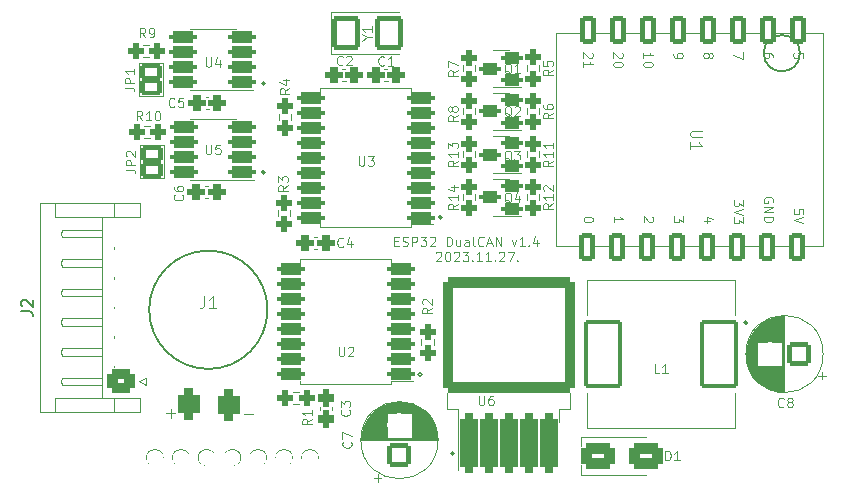
<source format=gbr>
%TF.GenerationSoftware,KiCad,Pcbnew,7.0.6*%
%TF.CreationDate,2023-11-27T09:51:19+01:00*%
%TF.ProjectId,PSACANBridgeHW_v14,50534143-414e-4427-9269-64676548575f,rev?*%
%TF.SameCoordinates,Original*%
%TF.FileFunction,Legend,Top*%
%TF.FilePolarity,Positive*%
%FSLAX46Y46*%
G04 Gerber Fmt 4.6, Leading zero omitted, Abs format (unit mm)*
G04 Created by KiCad (PCBNEW 7.0.6) date 2023-11-27 09:51:19*
%MOMM*%
%LPD*%
G01*
G04 APERTURE LIST*
G04 Aperture macros list*
%AMRoundRect*
0 Rectangle with rounded corners*
0 $1 Rounding radius*
0 $2 $3 $4 $5 $6 $7 $8 $9 X,Y pos of 4 corners*
0 Add a 4 corners polygon primitive as box body*
4,1,4,$2,$3,$4,$5,$6,$7,$8,$9,$2,$3,0*
0 Add four circle primitives for the rounded corners*
1,1,$1+$1,$2,$3*
1,1,$1+$1,$4,$5*
1,1,$1+$1,$6,$7*
1,1,$1+$1,$8,$9*
0 Add four rect primitives between the rounded corners*
20,1,$1+$1,$2,$3,$4,$5,0*
20,1,$1+$1,$4,$5,$6,$7,0*
20,1,$1+$1,$6,$7,$8,$9,0*
20,1,$1+$1,$8,$9,$2,$3,0*%
G04 Aperture macros list end*
%ADD10C,0.150000*%
%ADD11C,0.100000*%
%ADD12C,0.120000*%
%ADD13C,0.200000*%
%ADD14C,1.400000*%
%ADD15RoundRect,0.437500X-0.300000X-0.237500X0.300000X-0.237500X0.300000X0.237500X-0.300000X0.237500X0*%
%ADD16RoundRect,0.437500X0.300000X0.237500X-0.300000X0.237500X-0.300000X-0.237500X0.300000X-0.237500X0*%
%ADD17RoundRect,0.450000X0.725000X-0.600000X0.725000X0.600000X-0.725000X0.600000X-0.725000X-0.600000X0*%
%ADD18O,2.350000X2.100000*%
%ADD19RoundRect,0.437500X0.250000X0.237500X-0.250000X0.237500X-0.250000X-0.237500X0.250000X-0.237500X0*%
%ADD20RoundRect,0.437500X0.237500X-0.250000X0.237500X0.250000X-0.237500X0.250000X-0.237500X-0.250000X0*%
%ADD21RoundRect,0.437500X-0.237500X0.250000X-0.237500X-0.250000X0.237500X-0.250000X0.237500X0.250000X0*%
%ADD22RoundRect,0.200000X-0.450000X1.000000X-0.450000X-1.000000X0.450000X-1.000000X0.450000X1.000000X0*%
%ADD23RoundRect,0.350000X0.587500X0.150000X-0.587500X0.150000X-0.587500X-0.150000X0.587500X-0.150000X0*%
%ADD24RoundRect,0.350000X0.825000X0.150000X-0.825000X0.150000X-0.825000X-0.150000X0.825000X-0.150000X0*%
%ADD25RoundRect,0.437500X0.237500X-0.300000X0.237500X0.300000X-0.237500X0.300000X-0.237500X-0.300000X0*%
%ADD26RoundRect,0.450000X0.300000X-2.050000X0.300000X2.050000X-0.300000X2.050000X-0.300000X-2.050000X0*%
%ADD27RoundRect,0.450002X5.149998X-4.449998X5.149998X4.449998X-5.149998X4.449998X-5.149998X-4.449998X0*%
%ADD28RoundRect,0.200000X1.450000X2.700000X-1.450000X2.700000X-1.450000X-2.700000X1.450000X-2.700000X0*%
%ADD29RoundRect,0.350000X0.875000X0.150000X-0.875000X0.150000X-0.875000X-0.150000X0.875000X-0.150000X0*%
%ADD30RoundRect,0.200000X-1.000000X-1.200000X1.000000X-1.200000X1.000000X1.200000X-1.000000X1.200000X0*%
%ADD31RoundRect,0.581000X0.381000X-0.762000X0.381000X0.762000X-0.381000X0.762000X-0.381000X-0.762000X0*%
%ADD32RoundRect,0.200000X0.800000X0.800000X-0.800000X0.800000X-0.800000X-0.800000X0.800000X-0.800000X0*%
%ADD33C,2.000000*%
%ADD34RoundRect,0.200000X0.750000X-0.500000X0.750000X0.500000X-0.750000X0.500000X-0.750000X-0.500000X0*%
%ADD35RoundRect,0.200000X0.800000X-0.800000X0.800000X0.800000X-0.800000X0.800000X-0.800000X-0.800000X0*%
%ADD36RoundRect,0.450000X-1.000000X-0.650000X1.000000X-0.650000X1.000000X0.650000X-1.000000X0.650000X0*%
G04 APERTURE END LIST*
D10*
X145757124Y-153683476D02*
G75*
G03*
X145757124Y-153683476I-138924J0D01*
G01*
X170611800Y-142621000D02*
G75*
G03*
X170611800Y-142621000I-138924J0D01*
G01*
X175054283Y-119795718D02*
G75*
G03*
X175054283Y-119795718I-1529283J0D01*
G01*
X129779800Y-122375600D02*
G75*
G03*
X129779800Y-122375600I-138924J0D01*
G01*
X143027400Y-146989800D02*
G75*
G03*
X143027400Y-146989800I-138924J0D01*
G01*
X144741124Y-133680200D02*
G75*
G03*
X144741124Y-133680200I-138924J0D01*
G01*
X129755124Y-129870200D02*
G75*
G03*
X129755124Y-129870200I-138924J0D01*
G01*
D11*
X140723808Y-135701847D02*
X140990474Y-135701847D01*
X141104760Y-136120895D02*
X140723808Y-136120895D01*
X140723808Y-136120895D02*
X140723808Y-135320895D01*
X140723808Y-135320895D02*
X141104760Y-135320895D01*
X141409522Y-136082800D02*
X141523808Y-136120895D01*
X141523808Y-136120895D02*
X141714284Y-136120895D01*
X141714284Y-136120895D02*
X141790475Y-136082800D01*
X141790475Y-136082800D02*
X141828570Y-136044704D01*
X141828570Y-136044704D02*
X141866665Y-135968514D01*
X141866665Y-135968514D02*
X141866665Y-135892323D01*
X141866665Y-135892323D02*
X141828570Y-135816133D01*
X141828570Y-135816133D02*
X141790475Y-135778038D01*
X141790475Y-135778038D02*
X141714284Y-135739942D01*
X141714284Y-135739942D02*
X141561903Y-135701847D01*
X141561903Y-135701847D02*
X141485713Y-135663752D01*
X141485713Y-135663752D02*
X141447618Y-135625657D01*
X141447618Y-135625657D02*
X141409522Y-135549466D01*
X141409522Y-135549466D02*
X141409522Y-135473276D01*
X141409522Y-135473276D02*
X141447618Y-135397085D01*
X141447618Y-135397085D02*
X141485713Y-135358990D01*
X141485713Y-135358990D02*
X141561903Y-135320895D01*
X141561903Y-135320895D02*
X141752380Y-135320895D01*
X141752380Y-135320895D02*
X141866665Y-135358990D01*
X142209523Y-136120895D02*
X142209523Y-135320895D01*
X142209523Y-135320895D02*
X142514285Y-135320895D01*
X142514285Y-135320895D02*
X142590475Y-135358990D01*
X142590475Y-135358990D02*
X142628570Y-135397085D01*
X142628570Y-135397085D02*
X142666666Y-135473276D01*
X142666666Y-135473276D02*
X142666666Y-135587561D01*
X142666666Y-135587561D02*
X142628570Y-135663752D01*
X142628570Y-135663752D02*
X142590475Y-135701847D01*
X142590475Y-135701847D02*
X142514285Y-135739942D01*
X142514285Y-135739942D02*
X142209523Y-135739942D01*
X142933332Y-135320895D02*
X143428570Y-135320895D01*
X143428570Y-135320895D02*
X143161904Y-135625657D01*
X143161904Y-135625657D02*
X143276189Y-135625657D01*
X143276189Y-135625657D02*
X143352380Y-135663752D01*
X143352380Y-135663752D02*
X143390475Y-135701847D01*
X143390475Y-135701847D02*
X143428570Y-135778038D01*
X143428570Y-135778038D02*
X143428570Y-135968514D01*
X143428570Y-135968514D02*
X143390475Y-136044704D01*
X143390475Y-136044704D02*
X143352380Y-136082800D01*
X143352380Y-136082800D02*
X143276189Y-136120895D01*
X143276189Y-136120895D02*
X143047618Y-136120895D01*
X143047618Y-136120895D02*
X142971427Y-136082800D01*
X142971427Y-136082800D02*
X142933332Y-136044704D01*
X143733332Y-135397085D02*
X143771428Y-135358990D01*
X143771428Y-135358990D02*
X143847618Y-135320895D01*
X143847618Y-135320895D02*
X144038094Y-135320895D01*
X144038094Y-135320895D02*
X144114285Y-135358990D01*
X144114285Y-135358990D02*
X144152380Y-135397085D01*
X144152380Y-135397085D02*
X144190475Y-135473276D01*
X144190475Y-135473276D02*
X144190475Y-135549466D01*
X144190475Y-135549466D02*
X144152380Y-135663752D01*
X144152380Y-135663752D02*
X143695237Y-136120895D01*
X143695237Y-136120895D02*
X144190475Y-136120895D01*
X145142857Y-136120895D02*
X145142857Y-135320895D01*
X145142857Y-135320895D02*
X145333333Y-135320895D01*
X145333333Y-135320895D02*
X145447619Y-135358990D01*
X145447619Y-135358990D02*
X145523809Y-135435180D01*
X145523809Y-135435180D02*
X145561904Y-135511371D01*
X145561904Y-135511371D02*
X145600000Y-135663752D01*
X145600000Y-135663752D02*
X145600000Y-135778038D01*
X145600000Y-135778038D02*
X145561904Y-135930419D01*
X145561904Y-135930419D02*
X145523809Y-136006609D01*
X145523809Y-136006609D02*
X145447619Y-136082800D01*
X145447619Y-136082800D02*
X145333333Y-136120895D01*
X145333333Y-136120895D02*
X145142857Y-136120895D01*
X146285714Y-135587561D02*
X146285714Y-136120895D01*
X145942857Y-135587561D02*
X145942857Y-136006609D01*
X145942857Y-136006609D02*
X145980952Y-136082800D01*
X145980952Y-136082800D02*
X146057142Y-136120895D01*
X146057142Y-136120895D02*
X146171428Y-136120895D01*
X146171428Y-136120895D02*
X146247619Y-136082800D01*
X146247619Y-136082800D02*
X146285714Y-136044704D01*
X147009524Y-136120895D02*
X147009524Y-135701847D01*
X147009524Y-135701847D02*
X146971429Y-135625657D01*
X146971429Y-135625657D02*
X146895238Y-135587561D01*
X146895238Y-135587561D02*
X146742857Y-135587561D01*
X146742857Y-135587561D02*
X146666667Y-135625657D01*
X147009524Y-136082800D02*
X146933333Y-136120895D01*
X146933333Y-136120895D02*
X146742857Y-136120895D01*
X146742857Y-136120895D02*
X146666667Y-136082800D01*
X146666667Y-136082800D02*
X146628571Y-136006609D01*
X146628571Y-136006609D02*
X146628571Y-135930419D01*
X146628571Y-135930419D02*
X146666667Y-135854228D01*
X146666667Y-135854228D02*
X146742857Y-135816133D01*
X146742857Y-135816133D02*
X146933333Y-135816133D01*
X146933333Y-135816133D02*
X147009524Y-135778038D01*
X147504762Y-136120895D02*
X147428572Y-136082800D01*
X147428572Y-136082800D02*
X147390477Y-136006609D01*
X147390477Y-136006609D02*
X147390477Y-135320895D01*
X148266668Y-136044704D02*
X148228572Y-136082800D01*
X148228572Y-136082800D02*
X148114287Y-136120895D01*
X148114287Y-136120895D02*
X148038096Y-136120895D01*
X148038096Y-136120895D02*
X147923810Y-136082800D01*
X147923810Y-136082800D02*
X147847620Y-136006609D01*
X147847620Y-136006609D02*
X147809525Y-135930419D01*
X147809525Y-135930419D02*
X147771429Y-135778038D01*
X147771429Y-135778038D02*
X147771429Y-135663752D01*
X147771429Y-135663752D02*
X147809525Y-135511371D01*
X147809525Y-135511371D02*
X147847620Y-135435180D01*
X147847620Y-135435180D02*
X147923810Y-135358990D01*
X147923810Y-135358990D02*
X148038096Y-135320895D01*
X148038096Y-135320895D02*
X148114287Y-135320895D01*
X148114287Y-135320895D02*
X148228572Y-135358990D01*
X148228572Y-135358990D02*
X148266668Y-135397085D01*
X148571429Y-135892323D02*
X148952382Y-135892323D01*
X148495239Y-136120895D02*
X148761906Y-135320895D01*
X148761906Y-135320895D02*
X149028572Y-136120895D01*
X149295239Y-136120895D02*
X149295239Y-135320895D01*
X149295239Y-135320895D02*
X149752382Y-136120895D01*
X149752382Y-136120895D02*
X149752382Y-135320895D01*
X150666667Y-135587561D02*
X150857143Y-136120895D01*
X150857143Y-136120895D02*
X151047620Y-135587561D01*
X151771429Y-136120895D02*
X151314286Y-136120895D01*
X151542858Y-136120895D02*
X151542858Y-135320895D01*
X151542858Y-135320895D02*
X151466667Y-135435180D01*
X151466667Y-135435180D02*
X151390477Y-135511371D01*
X151390477Y-135511371D02*
X151314286Y-135549466D01*
X152114287Y-136044704D02*
X152152382Y-136082800D01*
X152152382Y-136082800D02*
X152114287Y-136120895D01*
X152114287Y-136120895D02*
X152076191Y-136082800D01*
X152076191Y-136082800D02*
X152114287Y-136044704D01*
X152114287Y-136044704D02*
X152114287Y-136120895D01*
X152838096Y-135587561D02*
X152838096Y-136120895D01*
X152647620Y-135282800D02*
X152457143Y-135854228D01*
X152457143Y-135854228D02*
X152952382Y-135854228D01*
X144247618Y-136685085D02*
X144285714Y-136646990D01*
X144285714Y-136646990D02*
X144361904Y-136608895D01*
X144361904Y-136608895D02*
X144552380Y-136608895D01*
X144552380Y-136608895D02*
X144628571Y-136646990D01*
X144628571Y-136646990D02*
X144666666Y-136685085D01*
X144666666Y-136685085D02*
X144704761Y-136761276D01*
X144704761Y-136761276D02*
X144704761Y-136837466D01*
X144704761Y-136837466D02*
X144666666Y-136951752D01*
X144666666Y-136951752D02*
X144209523Y-137408895D01*
X144209523Y-137408895D02*
X144704761Y-137408895D01*
X145200000Y-136608895D02*
X145276190Y-136608895D01*
X145276190Y-136608895D02*
X145352381Y-136646990D01*
X145352381Y-136646990D02*
X145390476Y-136685085D01*
X145390476Y-136685085D02*
X145428571Y-136761276D01*
X145428571Y-136761276D02*
X145466666Y-136913657D01*
X145466666Y-136913657D02*
X145466666Y-137104133D01*
X145466666Y-137104133D02*
X145428571Y-137256514D01*
X145428571Y-137256514D02*
X145390476Y-137332704D01*
X145390476Y-137332704D02*
X145352381Y-137370800D01*
X145352381Y-137370800D02*
X145276190Y-137408895D01*
X145276190Y-137408895D02*
X145200000Y-137408895D01*
X145200000Y-137408895D02*
X145123809Y-137370800D01*
X145123809Y-137370800D02*
X145085714Y-137332704D01*
X145085714Y-137332704D02*
X145047619Y-137256514D01*
X145047619Y-137256514D02*
X145009523Y-137104133D01*
X145009523Y-137104133D02*
X145009523Y-136913657D01*
X145009523Y-136913657D02*
X145047619Y-136761276D01*
X145047619Y-136761276D02*
X145085714Y-136685085D01*
X145085714Y-136685085D02*
X145123809Y-136646990D01*
X145123809Y-136646990D02*
X145200000Y-136608895D01*
X145771428Y-136685085D02*
X145809524Y-136646990D01*
X145809524Y-136646990D02*
X145885714Y-136608895D01*
X145885714Y-136608895D02*
X146076190Y-136608895D01*
X146076190Y-136608895D02*
X146152381Y-136646990D01*
X146152381Y-136646990D02*
X146190476Y-136685085D01*
X146190476Y-136685085D02*
X146228571Y-136761276D01*
X146228571Y-136761276D02*
X146228571Y-136837466D01*
X146228571Y-136837466D02*
X146190476Y-136951752D01*
X146190476Y-136951752D02*
X145733333Y-137408895D01*
X145733333Y-137408895D02*
X146228571Y-137408895D01*
X146495238Y-136608895D02*
X146990476Y-136608895D01*
X146990476Y-136608895D02*
X146723810Y-136913657D01*
X146723810Y-136913657D02*
X146838095Y-136913657D01*
X146838095Y-136913657D02*
X146914286Y-136951752D01*
X146914286Y-136951752D02*
X146952381Y-136989847D01*
X146952381Y-136989847D02*
X146990476Y-137066038D01*
X146990476Y-137066038D02*
X146990476Y-137256514D01*
X146990476Y-137256514D02*
X146952381Y-137332704D01*
X146952381Y-137332704D02*
X146914286Y-137370800D01*
X146914286Y-137370800D02*
X146838095Y-137408895D01*
X146838095Y-137408895D02*
X146609524Y-137408895D01*
X146609524Y-137408895D02*
X146533333Y-137370800D01*
X146533333Y-137370800D02*
X146495238Y-137332704D01*
X147333334Y-137332704D02*
X147371429Y-137370800D01*
X147371429Y-137370800D02*
X147333334Y-137408895D01*
X147333334Y-137408895D02*
X147295238Y-137370800D01*
X147295238Y-137370800D02*
X147333334Y-137332704D01*
X147333334Y-137332704D02*
X147333334Y-137408895D01*
X148133333Y-137408895D02*
X147676190Y-137408895D01*
X147904762Y-137408895D02*
X147904762Y-136608895D01*
X147904762Y-136608895D02*
X147828571Y-136723180D01*
X147828571Y-136723180D02*
X147752381Y-136799371D01*
X147752381Y-136799371D02*
X147676190Y-136837466D01*
X148895238Y-137408895D02*
X148438095Y-137408895D01*
X148666667Y-137408895D02*
X148666667Y-136608895D01*
X148666667Y-136608895D02*
X148590476Y-136723180D01*
X148590476Y-136723180D02*
X148514286Y-136799371D01*
X148514286Y-136799371D02*
X148438095Y-136837466D01*
X149238096Y-137332704D02*
X149276191Y-137370800D01*
X149276191Y-137370800D02*
X149238096Y-137408895D01*
X149238096Y-137408895D02*
X149200000Y-137370800D01*
X149200000Y-137370800D02*
X149238096Y-137332704D01*
X149238096Y-137332704D02*
X149238096Y-137408895D01*
X149580952Y-136685085D02*
X149619048Y-136646990D01*
X149619048Y-136646990D02*
X149695238Y-136608895D01*
X149695238Y-136608895D02*
X149885714Y-136608895D01*
X149885714Y-136608895D02*
X149961905Y-136646990D01*
X149961905Y-136646990D02*
X150000000Y-136685085D01*
X150000000Y-136685085D02*
X150038095Y-136761276D01*
X150038095Y-136761276D02*
X150038095Y-136837466D01*
X150038095Y-136837466D02*
X150000000Y-136951752D01*
X150000000Y-136951752D02*
X149542857Y-137408895D01*
X149542857Y-137408895D02*
X150038095Y-137408895D01*
X150304762Y-136608895D02*
X150838096Y-136608895D01*
X150838096Y-136608895D02*
X150495238Y-137408895D01*
X151142858Y-137332704D02*
X151180953Y-137370800D01*
X151180953Y-137370800D02*
X151142858Y-137408895D01*
X151142858Y-137408895D02*
X151104762Y-137370800D01*
X151104762Y-137370800D02*
X151142858Y-137332704D01*
X151142858Y-137332704D02*
X151142858Y-137408895D01*
X139861067Y-120769704D02*
X139822971Y-120807800D01*
X139822971Y-120807800D02*
X139708686Y-120845895D01*
X139708686Y-120845895D02*
X139632495Y-120845895D01*
X139632495Y-120845895D02*
X139518209Y-120807800D01*
X139518209Y-120807800D02*
X139442019Y-120731609D01*
X139442019Y-120731609D02*
X139403924Y-120655419D01*
X139403924Y-120655419D02*
X139365828Y-120503038D01*
X139365828Y-120503038D02*
X139365828Y-120388752D01*
X139365828Y-120388752D02*
X139403924Y-120236371D01*
X139403924Y-120236371D02*
X139442019Y-120160180D01*
X139442019Y-120160180D02*
X139518209Y-120083990D01*
X139518209Y-120083990D02*
X139632495Y-120045895D01*
X139632495Y-120045895D02*
X139708686Y-120045895D01*
X139708686Y-120045895D02*
X139822971Y-120083990D01*
X139822971Y-120083990D02*
X139861067Y-120122085D01*
X140622971Y-120845895D02*
X140165828Y-120845895D01*
X140394400Y-120845895D02*
X140394400Y-120045895D01*
X140394400Y-120045895D02*
X140318209Y-120160180D01*
X140318209Y-120160180D02*
X140242019Y-120236371D01*
X140242019Y-120236371D02*
X140165828Y-120274466D01*
X136336067Y-120744704D02*
X136297971Y-120782800D01*
X136297971Y-120782800D02*
X136183686Y-120820895D01*
X136183686Y-120820895D02*
X136107495Y-120820895D01*
X136107495Y-120820895D02*
X135993209Y-120782800D01*
X135993209Y-120782800D02*
X135917019Y-120706609D01*
X135917019Y-120706609D02*
X135878924Y-120630419D01*
X135878924Y-120630419D02*
X135840828Y-120478038D01*
X135840828Y-120478038D02*
X135840828Y-120363752D01*
X135840828Y-120363752D02*
X135878924Y-120211371D01*
X135878924Y-120211371D02*
X135917019Y-120135180D01*
X135917019Y-120135180D02*
X135993209Y-120058990D01*
X135993209Y-120058990D02*
X136107495Y-120020895D01*
X136107495Y-120020895D02*
X136183686Y-120020895D01*
X136183686Y-120020895D02*
X136297971Y-120058990D01*
X136297971Y-120058990D02*
X136336067Y-120097085D01*
X136640828Y-120097085D02*
X136678924Y-120058990D01*
X136678924Y-120058990D02*
X136755114Y-120020895D01*
X136755114Y-120020895D02*
X136945590Y-120020895D01*
X136945590Y-120020895D02*
X137021781Y-120058990D01*
X137021781Y-120058990D02*
X137059876Y-120097085D01*
X137059876Y-120097085D02*
X137097971Y-120173276D01*
X137097971Y-120173276D02*
X137097971Y-120249466D01*
X137097971Y-120249466D02*
X137059876Y-120363752D01*
X137059876Y-120363752D02*
X136602733Y-120820895D01*
X136602733Y-120820895D02*
X137097971Y-120820895D01*
X122761304Y-131769932D02*
X122799400Y-131808028D01*
X122799400Y-131808028D02*
X122837495Y-131922313D01*
X122837495Y-131922313D02*
X122837495Y-131998504D01*
X122837495Y-131998504D02*
X122799400Y-132112790D01*
X122799400Y-132112790D02*
X122723209Y-132188980D01*
X122723209Y-132188980D02*
X122647019Y-132227075D01*
X122647019Y-132227075D02*
X122494638Y-132265171D01*
X122494638Y-132265171D02*
X122380352Y-132265171D01*
X122380352Y-132265171D02*
X122227971Y-132227075D01*
X122227971Y-132227075D02*
X122151780Y-132188980D01*
X122151780Y-132188980D02*
X122075590Y-132112790D01*
X122075590Y-132112790D02*
X122037495Y-131998504D01*
X122037495Y-131998504D02*
X122037495Y-131922313D01*
X122037495Y-131922313D02*
X122075590Y-131808028D01*
X122075590Y-131808028D02*
X122113685Y-131769932D01*
X122037495Y-131084218D02*
X122037495Y-131236599D01*
X122037495Y-131236599D02*
X122075590Y-131312790D01*
X122075590Y-131312790D02*
X122113685Y-131350885D01*
X122113685Y-131350885D02*
X122227971Y-131427075D01*
X122227971Y-131427075D02*
X122380352Y-131465171D01*
X122380352Y-131465171D02*
X122685114Y-131465171D01*
X122685114Y-131465171D02*
X122761304Y-131427075D01*
X122761304Y-131427075D02*
X122799400Y-131388980D01*
X122799400Y-131388980D02*
X122837495Y-131312790D01*
X122837495Y-131312790D02*
X122837495Y-131160409D01*
X122837495Y-131160409D02*
X122799400Y-131084218D01*
X122799400Y-131084218D02*
X122761304Y-131046123D01*
X122761304Y-131046123D02*
X122685114Y-131008028D01*
X122685114Y-131008028D02*
X122494638Y-131008028D01*
X122494638Y-131008028D02*
X122418447Y-131046123D01*
X122418447Y-131046123D02*
X122380352Y-131084218D01*
X122380352Y-131084218D02*
X122342257Y-131160409D01*
X122342257Y-131160409D02*
X122342257Y-131312790D01*
X122342257Y-131312790D02*
X122380352Y-131388980D01*
X122380352Y-131388980D02*
X122418447Y-131427075D01*
X122418447Y-131427075D02*
X122494638Y-131465171D01*
D10*
X109112319Y-141657333D02*
X109826604Y-141657333D01*
X109826604Y-141657333D02*
X109969461Y-141704952D01*
X109969461Y-141704952D02*
X110064700Y-141800190D01*
X110064700Y-141800190D02*
X110112319Y-141943047D01*
X110112319Y-141943047D02*
X110112319Y-142038285D01*
X109207557Y-141228761D02*
X109159938Y-141181142D01*
X109159938Y-141181142D02*
X109112319Y-141085904D01*
X109112319Y-141085904D02*
X109112319Y-140847809D01*
X109112319Y-140847809D02*
X109159938Y-140752571D01*
X109159938Y-140752571D02*
X109207557Y-140704952D01*
X109207557Y-140704952D02*
X109302795Y-140657333D01*
X109302795Y-140657333D02*
X109398033Y-140657333D01*
X109398033Y-140657333D02*
X109540890Y-140704952D01*
X109540890Y-140704952D02*
X110112319Y-141276380D01*
X110112319Y-141276380D02*
X110112319Y-140657333D01*
D11*
X119370714Y-125485295D02*
X119104047Y-125104342D01*
X118913571Y-125485295D02*
X118913571Y-124685295D01*
X118913571Y-124685295D02*
X119218333Y-124685295D01*
X119218333Y-124685295D02*
X119294523Y-124723390D01*
X119294523Y-124723390D02*
X119332618Y-124761485D01*
X119332618Y-124761485D02*
X119370714Y-124837676D01*
X119370714Y-124837676D02*
X119370714Y-124951961D01*
X119370714Y-124951961D02*
X119332618Y-125028152D01*
X119332618Y-125028152D02*
X119294523Y-125066247D01*
X119294523Y-125066247D02*
X119218333Y-125104342D01*
X119218333Y-125104342D02*
X118913571Y-125104342D01*
X120132618Y-125485295D02*
X119675475Y-125485295D01*
X119904047Y-125485295D02*
X119904047Y-124685295D01*
X119904047Y-124685295D02*
X119827856Y-124799580D01*
X119827856Y-124799580D02*
X119751666Y-124875771D01*
X119751666Y-124875771D02*
X119675475Y-124913866D01*
X120627857Y-124685295D02*
X120704047Y-124685295D01*
X120704047Y-124685295D02*
X120780238Y-124723390D01*
X120780238Y-124723390D02*
X120818333Y-124761485D01*
X120818333Y-124761485D02*
X120856428Y-124837676D01*
X120856428Y-124837676D02*
X120894523Y-124990057D01*
X120894523Y-124990057D02*
X120894523Y-125180533D01*
X120894523Y-125180533D02*
X120856428Y-125332914D01*
X120856428Y-125332914D02*
X120818333Y-125409104D01*
X120818333Y-125409104D02*
X120780238Y-125447200D01*
X120780238Y-125447200D02*
X120704047Y-125485295D01*
X120704047Y-125485295D02*
X120627857Y-125485295D01*
X120627857Y-125485295D02*
X120551666Y-125447200D01*
X120551666Y-125447200D02*
X120513571Y-125409104D01*
X120513571Y-125409104D02*
X120475476Y-125332914D01*
X120475476Y-125332914D02*
X120437380Y-125180533D01*
X120437380Y-125180533D02*
X120437380Y-124990057D01*
X120437380Y-124990057D02*
X120475476Y-124837676D01*
X120475476Y-124837676D02*
X120513571Y-124761485D01*
X120513571Y-124761485D02*
X120551666Y-124723390D01*
X120551666Y-124723390D02*
X120627857Y-124685295D01*
X154120995Y-121179932D02*
X153740042Y-121446599D01*
X154120995Y-121637075D02*
X153320995Y-121637075D01*
X153320995Y-121637075D02*
X153320995Y-121332313D01*
X153320995Y-121332313D02*
X153359090Y-121256123D01*
X153359090Y-121256123D02*
X153397185Y-121218028D01*
X153397185Y-121218028D02*
X153473376Y-121179932D01*
X153473376Y-121179932D02*
X153587661Y-121179932D01*
X153587661Y-121179932D02*
X153663852Y-121218028D01*
X153663852Y-121218028D02*
X153701947Y-121256123D01*
X153701947Y-121256123D02*
X153740042Y-121332313D01*
X153740042Y-121332313D02*
X153740042Y-121637075D01*
X153320995Y-120456123D02*
X153320995Y-120837075D01*
X153320995Y-120837075D02*
X153701947Y-120875171D01*
X153701947Y-120875171D02*
X153663852Y-120837075D01*
X153663852Y-120837075D02*
X153625757Y-120760885D01*
X153625757Y-120760885D02*
X153625757Y-120570409D01*
X153625757Y-120570409D02*
X153663852Y-120494218D01*
X153663852Y-120494218D02*
X153701947Y-120456123D01*
X153701947Y-120456123D02*
X153778138Y-120418028D01*
X153778138Y-120418028D02*
X153968614Y-120418028D01*
X153968614Y-120418028D02*
X154044804Y-120456123D01*
X154044804Y-120456123D02*
X154082900Y-120494218D01*
X154082900Y-120494218D02*
X154120995Y-120570409D01*
X154120995Y-120570409D02*
X154120995Y-120760885D01*
X154120995Y-120760885D02*
X154082900Y-120837075D01*
X154082900Y-120837075D02*
X154044804Y-120875171D01*
X154120995Y-124854966D02*
X153740042Y-125121633D01*
X154120995Y-125312109D02*
X153320995Y-125312109D01*
X153320995Y-125312109D02*
X153320995Y-125007347D01*
X153320995Y-125007347D02*
X153359090Y-124931157D01*
X153359090Y-124931157D02*
X153397185Y-124893062D01*
X153397185Y-124893062D02*
X153473376Y-124854966D01*
X153473376Y-124854966D02*
X153587661Y-124854966D01*
X153587661Y-124854966D02*
X153663852Y-124893062D01*
X153663852Y-124893062D02*
X153701947Y-124931157D01*
X153701947Y-124931157D02*
X153740042Y-125007347D01*
X153740042Y-125007347D02*
X153740042Y-125312109D01*
X153320995Y-124169252D02*
X153320995Y-124321633D01*
X153320995Y-124321633D02*
X153359090Y-124397824D01*
X153359090Y-124397824D02*
X153397185Y-124435919D01*
X153397185Y-124435919D02*
X153511471Y-124512109D01*
X153511471Y-124512109D02*
X153663852Y-124550205D01*
X153663852Y-124550205D02*
X153968614Y-124550205D01*
X153968614Y-124550205D02*
X154044804Y-124512109D01*
X154044804Y-124512109D02*
X154082900Y-124474014D01*
X154082900Y-124474014D02*
X154120995Y-124397824D01*
X154120995Y-124397824D02*
X154120995Y-124245443D01*
X154120995Y-124245443D02*
X154082900Y-124169252D01*
X154082900Y-124169252D02*
X154044804Y-124131157D01*
X154044804Y-124131157D02*
X153968614Y-124093062D01*
X153968614Y-124093062D02*
X153778138Y-124093062D01*
X153778138Y-124093062D02*
X153701947Y-124131157D01*
X153701947Y-124131157D02*
X153663852Y-124169252D01*
X153663852Y-124169252D02*
X153625757Y-124245443D01*
X153625757Y-124245443D02*
X153625757Y-124397824D01*
X153625757Y-124397824D02*
X153663852Y-124474014D01*
X153663852Y-124474014D02*
X153701947Y-124512109D01*
X153701947Y-124512109D02*
X153778138Y-124550205D01*
X146070995Y-125054966D02*
X145690042Y-125321633D01*
X146070995Y-125512109D02*
X145270995Y-125512109D01*
X145270995Y-125512109D02*
X145270995Y-125207347D01*
X145270995Y-125207347D02*
X145309090Y-125131157D01*
X145309090Y-125131157D02*
X145347185Y-125093062D01*
X145347185Y-125093062D02*
X145423376Y-125054966D01*
X145423376Y-125054966D02*
X145537661Y-125054966D01*
X145537661Y-125054966D02*
X145613852Y-125093062D01*
X145613852Y-125093062D02*
X145651947Y-125131157D01*
X145651947Y-125131157D02*
X145690042Y-125207347D01*
X145690042Y-125207347D02*
X145690042Y-125512109D01*
X145613852Y-124597824D02*
X145575757Y-124674014D01*
X145575757Y-124674014D02*
X145537661Y-124712109D01*
X145537661Y-124712109D02*
X145461471Y-124750205D01*
X145461471Y-124750205D02*
X145423376Y-124750205D01*
X145423376Y-124750205D02*
X145347185Y-124712109D01*
X145347185Y-124712109D02*
X145309090Y-124674014D01*
X145309090Y-124674014D02*
X145270995Y-124597824D01*
X145270995Y-124597824D02*
X145270995Y-124445443D01*
X145270995Y-124445443D02*
X145309090Y-124369252D01*
X145309090Y-124369252D02*
X145347185Y-124331157D01*
X145347185Y-124331157D02*
X145423376Y-124293062D01*
X145423376Y-124293062D02*
X145461471Y-124293062D01*
X145461471Y-124293062D02*
X145537661Y-124331157D01*
X145537661Y-124331157D02*
X145575757Y-124369252D01*
X145575757Y-124369252D02*
X145613852Y-124445443D01*
X145613852Y-124445443D02*
X145613852Y-124597824D01*
X145613852Y-124597824D02*
X145651947Y-124674014D01*
X145651947Y-124674014D02*
X145690042Y-124712109D01*
X145690042Y-124712109D02*
X145766233Y-124750205D01*
X145766233Y-124750205D02*
X145918614Y-124750205D01*
X145918614Y-124750205D02*
X145994804Y-124712109D01*
X145994804Y-124712109D02*
X146032900Y-124674014D01*
X146032900Y-124674014D02*
X146070995Y-124597824D01*
X146070995Y-124597824D02*
X146070995Y-124445443D01*
X146070995Y-124445443D02*
X146032900Y-124369252D01*
X146032900Y-124369252D02*
X145994804Y-124331157D01*
X145994804Y-124331157D02*
X145918614Y-124293062D01*
X145918614Y-124293062D02*
X145766233Y-124293062D01*
X145766233Y-124293062D02*
X145690042Y-124331157D01*
X145690042Y-124331157D02*
X145651947Y-124369252D01*
X145651947Y-124369252D02*
X145613852Y-124445443D01*
X154120995Y-128885853D02*
X153740042Y-129152520D01*
X154120995Y-129342996D02*
X153320995Y-129342996D01*
X153320995Y-129342996D02*
X153320995Y-129038234D01*
X153320995Y-129038234D02*
X153359090Y-128962044D01*
X153359090Y-128962044D02*
X153397185Y-128923949D01*
X153397185Y-128923949D02*
X153473376Y-128885853D01*
X153473376Y-128885853D02*
X153587661Y-128885853D01*
X153587661Y-128885853D02*
X153663852Y-128923949D01*
X153663852Y-128923949D02*
X153701947Y-128962044D01*
X153701947Y-128962044D02*
X153740042Y-129038234D01*
X153740042Y-129038234D02*
X153740042Y-129342996D01*
X154120995Y-128123949D02*
X154120995Y-128581092D01*
X154120995Y-128352520D02*
X153320995Y-128352520D01*
X153320995Y-128352520D02*
X153435280Y-128428711D01*
X153435280Y-128428711D02*
X153511471Y-128504901D01*
X153511471Y-128504901D02*
X153549566Y-128581092D01*
X154120995Y-127362044D02*
X154120995Y-127819187D01*
X154120995Y-127590615D02*
X153320995Y-127590615D01*
X153320995Y-127590615D02*
X153435280Y-127666806D01*
X153435280Y-127666806D02*
X153511471Y-127742996D01*
X153511471Y-127742996D02*
X153549566Y-127819187D01*
X154120995Y-132510885D02*
X153740042Y-132777552D01*
X154120995Y-132968028D02*
X153320995Y-132968028D01*
X153320995Y-132968028D02*
X153320995Y-132663266D01*
X153320995Y-132663266D02*
X153359090Y-132587076D01*
X153359090Y-132587076D02*
X153397185Y-132548981D01*
X153397185Y-132548981D02*
X153473376Y-132510885D01*
X153473376Y-132510885D02*
X153587661Y-132510885D01*
X153587661Y-132510885D02*
X153663852Y-132548981D01*
X153663852Y-132548981D02*
X153701947Y-132587076D01*
X153701947Y-132587076D02*
X153740042Y-132663266D01*
X153740042Y-132663266D02*
X153740042Y-132968028D01*
X154120995Y-131748981D02*
X154120995Y-132206124D01*
X154120995Y-131977552D02*
X153320995Y-131977552D01*
X153320995Y-131977552D02*
X153435280Y-132053743D01*
X153435280Y-132053743D02*
X153511471Y-132129933D01*
X153511471Y-132129933D02*
X153549566Y-132206124D01*
X153397185Y-131444219D02*
X153359090Y-131406123D01*
X153359090Y-131406123D02*
X153320995Y-131329933D01*
X153320995Y-131329933D02*
X153320995Y-131139457D01*
X153320995Y-131139457D02*
X153359090Y-131063266D01*
X153359090Y-131063266D02*
X153397185Y-131025171D01*
X153397185Y-131025171D02*
X153473376Y-130987076D01*
X153473376Y-130987076D02*
X153549566Y-130987076D01*
X153549566Y-130987076D02*
X153663852Y-131025171D01*
X153663852Y-131025171D02*
X154120995Y-131482314D01*
X154120995Y-131482314D02*
X154120995Y-130987076D01*
X146070995Y-128885853D02*
X145690042Y-129152520D01*
X146070995Y-129342996D02*
X145270995Y-129342996D01*
X145270995Y-129342996D02*
X145270995Y-129038234D01*
X145270995Y-129038234D02*
X145309090Y-128962044D01*
X145309090Y-128962044D02*
X145347185Y-128923949D01*
X145347185Y-128923949D02*
X145423376Y-128885853D01*
X145423376Y-128885853D02*
X145537661Y-128885853D01*
X145537661Y-128885853D02*
X145613852Y-128923949D01*
X145613852Y-128923949D02*
X145651947Y-128962044D01*
X145651947Y-128962044D02*
X145690042Y-129038234D01*
X145690042Y-129038234D02*
X145690042Y-129342996D01*
X146070995Y-128123949D02*
X146070995Y-128581092D01*
X146070995Y-128352520D02*
X145270995Y-128352520D01*
X145270995Y-128352520D02*
X145385280Y-128428711D01*
X145385280Y-128428711D02*
X145461471Y-128504901D01*
X145461471Y-128504901D02*
X145499566Y-128581092D01*
X145270995Y-127857282D02*
X145270995Y-127362044D01*
X145270995Y-127362044D02*
X145575757Y-127628710D01*
X145575757Y-127628710D02*
X145575757Y-127514425D01*
X145575757Y-127514425D02*
X145613852Y-127438234D01*
X145613852Y-127438234D02*
X145651947Y-127400139D01*
X145651947Y-127400139D02*
X145728138Y-127362044D01*
X145728138Y-127362044D02*
X145918614Y-127362044D01*
X145918614Y-127362044D02*
X145994804Y-127400139D01*
X145994804Y-127400139D02*
X146032900Y-127438234D01*
X146032900Y-127438234D02*
X146070995Y-127514425D01*
X146070995Y-127514425D02*
X146070995Y-127742996D01*
X146070995Y-127742996D02*
X146032900Y-127819187D01*
X146032900Y-127819187D02*
X145994804Y-127857282D01*
X146070995Y-132535885D02*
X145690042Y-132802552D01*
X146070995Y-132993028D02*
X145270995Y-132993028D01*
X145270995Y-132993028D02*
X145270995Y-132688266D01*
X145270995Y-132688266D02*
X145309090Y-132612076D01*
X145309090Y-132612076D02*
X145347185Y-132573981D01*
X145347185Y-132573981D02*
X145423376Y-132535885D01*
X145423376Y-132535885D02*
X145537661Y-132535885D01*
X145537661Y-132535885D02*
X145613852Y-132573981D01*
X145613852Y-132573981D02*
X145651947Y-132612076D01*
X145651947Y-132612076D02*
X145690042Y-132688266D01*
X145690042Y-132688266D02*
X145690042Y-132993028D01*
X146070995Y-131773981D02*
X146070995Y-132231124D01*
X146070995Y-132002552D02*
X145270995Y-132002552D01*
X145270995Y-132002552D02*
X145385280Y-132078743D01*
X145385280Y-132078743D02*
X145461471Y-132154933D01*
X145461471Y-132154933D02*
X145499566Y-132231124D01*
X145537661Y-131088266D02*
X146070995Y-131088266D01*
X145232900Y-131278742D02*
X145804328Y-131469219D01*
X145804328Y-131469219D02*
X145804328Y-130973980D01*
X136389867Y-136127904D02*
X136351771Y-136166000D01*
X136351771Y-136166000D02*
X136237486Y-136204095D01*
X136237486Y-136204095D02*
X136161295Y-136204095D01*
X136161295Y-136204095D02*
X136047009Y-136166000D01*
X136047009Y-136166000D02*
X135970819Y-136089809D01*
X135970819Y-136089809D02*
X135932724Y-136013619D01*
X135932724Y-136013619D02*
X135894628Y-135861238D01*
X135894628Y-135861238D02*
X135894628Y-135746952D01*
X135894628Y-135746952D02*
X135932724Y-135594571D01*
X135932724Y-135594571D02*
X135970819Y-135518380D01*
X135970819Y-135518380D02*
X136047009Y-135442190D01*
X136047009Y-135442190D02*
X136161295Y-135404095D01*
X136161295Y-135404095D02*
X136237486Y-135404095D01*
X136237486Y-135404095D02*
X136351771Y-135442190D01*
X136351771Y-135442190D02*
X136389867Y-135480285D01*
X137075581Y-135670761D02*
X137075581Y-136204095D01*
X136885105Y-135366000D02*
X136694628Y-135937428D01*
X136694628Y-135937428D02*
X137189867Y-135937428D01*
X131681095Y-130994132D02*
X131300142Y-131260799D01*
X131681095Y-131451275D02*
X130881095Y-131451275D01*
X130881095Y-131451275D02*
X130881095Y-131146513D01*
X130881095Y-131146513D02*
X130919190Y-131070323D01*
X130919190Y-131070323D02*
X130957285Y-131032228D01*
X130957285Y-131032228D02*
X131033476Y-130994132D01*
X131033476Y-130994132D02*
X131147761Y-130994132D01*
X131147761Y-130994132D02*
X131223952Y-131032228D01*
X131223952Y-131032228D02*
X131262047Y-131070323D01*
X131262047Y-131070323D02*
X131300142Y-131146513D01*
X131300142Y-131146513D02*
X131300142Y-131451275D01*
X130881095Y-130727466D02*
X130881095Y-130232228D01*
X130881095Y-130232228D02*
X131185857Y-130498894D01*
X131185857Y-130498894D02*
X131185857Y-130384609D01*
X131185857Y-130384609D02*
X131223952Y-130308418D01*
X131223952Y-130308418D02*
X131262047Y-130270323D01*
X131262047Y-130270323D02*
X131338238Y-130232228D01*
X131338238Y-130232228D02*
X131528714Y-130232228D01*
X131528714Y-130232228D02*
X131604904Y-130270323D01*
X131604904Y-130270323D02*
X131643000Y-130308418D01*
X131643000Y-130308418D02*
X131681095Y-130384609D01*
X131681095Y-130384609D02*
X131681095Y-130613180D01*
X131681095Y-130613180D02*
X131643000Y-130689371D01*
X131643000Y-130689371D02*
X131604904Y-130727466D01*
X131808095Y-122764532D02*
X131427142Y-123031199D01*
X131808095Y-123221675D02*
X131008095Y-123221675D01*
X131008095Y-123221675D02*
X131008095Y-122916913D01*
X131008095Y-122916913D02*
X131046190Y-122840723D01*
X131046190Y-122840723D02*
X131084285Y-122802628D01*
X131084285Y-122802628D02*
X131160476Y-122764532D01*
X131160476Y-122764532D02*
X131274761Y-122764532D01*
X131274761Y-122764532D02*
X131350952Y-122802628D01*
X131350952Y-122802628D02*
X131389047Y-122840723D01*
X131389047Y-122840723D02*
X131427142Y-122916913D01*
X131427142Y-122916913D02*
X131427142Y-123221675D01*
X131274761Y-122078818D02*
X131808095Y-122078818D01*
X130970000Y-122269294D02*
X131541428Y-122459771D01*
X131541428Y-122459771D02*
X131541428Y-121964532D01*
X166785580Y-126339695D02*
X165976057Y-126339695D01*
X165976057Y-126339695D02*
X165880819Y-126387314D01*
X165880819Y-126387314D02*
X165833200Y-126434933D01*
X165833200Y-126434933D02*
X165785580Y-126530171D01*
X165785580Y-126530171D02*
X165785580Y-126720647D01*
X165785580Y-126720647D02*
X165833200Y-126815885D01*
X165833200Y-126815885D02*
X165880819Y-126863504D01*
X165880819Y-126863504D02*
X165976057Y-126911123D01*
X165976057Y-126911123D02*
X166785580Y-126911123D01*
X165785580Y-127911123D02*
X165785580Y-127339695D01*
X165785580Y-127625409D02*
X166785580Y-127625409D01*
X166785580Y-127625409D02*
X166642723Y-127530171D01*
X166642723Y-127530171D02*
X166547485Y-127434933D01*
X166547485Y-127434933D02*
X166499866Y-127339695D01*
X172751204Y-120136322D02*
X172751204Y-119983941D01*
X172751204Y-119983941D02*
X172713109Y-119907750D01*
X172713109Y-119907750D02*
X172675014Y-119869655D01*
X172675014Y-119869655D02*
X172560728Y-119793465D01*
X172560728Y-119793465D02*
X172408347Y-119755369D01*
X172408347Y-119755369D02*
X172103585Y-119755369D01*
X172103585Y-119755369D02*
X172027395Y-119793465D01*
X172027395Y-119793465D02*
X171989300Y-119831560D01*
X171989300Y-119831560D02*
X171951204Y-119907750D01*
X171951204Y-119907750D02*
X171951204Y-120060131D01*
X171951204Y-120060131D02*
X171989300Y-120136322D01*
X171989300Y-120136322D02*
X172027395Y-120174417D01*
X172027395Y-120174417D02*
X172103585Y-120212512D01*
X172103585Y-120212512D02*
X172294061Y-120212512D01*
X172294061Y-120212512D02*
X172370252Y-120174417D01*
X172370252Y-120174417D02*
X172408347Y-120136322D01*
X172408347Y-120136322D02*
X172446442Y-120060131D01*
X172446442Y-120060131D02*
X172446442Y-119907750D01*
X172446442Y-119907750D02*
X172408347Y-119831560D01*
X172408347Y-119831560D02*
X172370252Y-119793465D01*
X172370252Y-119793465D02*
X172294061Y-119755369D01*
X170211204Y-119717274D02*
X170211204Y-120250608D01*
X170211204Y-120250608D02*
X169411204Y-119907750D01*
X167328347Y-119907750D02*
X167366442Y-119831560D01*
X167366442Y-119831560D02*
X167404538Y-119793465D01*
X167404538Y-119793465D02*
X167480728Y-119755369D01*
X167480728Y-119755369D02*
X167518823Y-119755369D01*
X167518823Y-119755369D02*
X167595014Y-119793465D01*
X167595014Y-119793465D02*
X167633109Y-119831560D01*
X167633109Y-119831560D02*
X167671204Y-119907750D01*
X167671204Y-119907750D02*
X167671204Y-120060131D01*
X167671204Y-120060131D02*
X167633109Y-120136322D01*
X167633109Y-120136322D02*
X167595014Y-120174417D01*
X167595014Y-120174417D02*
X167518823Y-120212512D01*
X167518823Y-120212512D02*
X167480728Y-120212512D01*
X167480728Y-120212512D02*
X167404538Y-120174417D01*
X167404538Y-120174417D02*
X167366442Y-120136322D01*
X167366442Y-120136322D02*
X167328347Y-120060131D01*
X167328347Y-120060131D02*
X167328347Y-119907750D01*
X167328347Y-119907750D02*
X167290252Y-119831560D01*
X167290252Y-119831560D02*
X167252157Y-119793465D01*
X167252157Y-119793465D02*
X167175966Y-119755369D01*
X167175966Y-119755369D02*
X167023585Y-119755369D01*
X167023585Y-119755369D02*
X166947395Y-119793465D01*
X166947395Y-119793465D02*
X166909300Y-119831560D01*
X166909300Y-119831560D02*
X166871204Y-119907750D01*
X166871204Y-119907750D02*
X166871204Y-120060131D01*
X166871204Y-120060131D02*
X166909300Y-120136322D01*
X166909300Y-120136322D02*
X166947395Y-120174417D01*
X166947395Y-120174417D02*
X167023585Y-120212512D01*
X167023585Y-120212512D02*
X167175966Y-120212512D01*
X167175966Y-120212512D02*
X167252157Y-120174417D01*
X167252157Y-120174417D02*
X167290252Y-120136322D01*
X167290252Y-120136322D02*
X167328347Y-120060131D01*
X157435014Y-119755369D02*
X157473109Y-119793465D01*
X157473109Y-119793465D02*
X157511204Y-119869655D01*
X157511204Y-119869655D02*
X157511204Y-120060131D01*
X157511204Y-120060131D02*
X157473109Y-120136322D01*
X157473109Y-120136322D02*
X157435014Y-120174417D01*
X157435014Y-120174417D02*
X157358823Y-120212512D01*
X157358823Y-120212512D02*
X157282633Y-120212512D01*
X157282633Y-120212512D02*
X157168347Y-120174417D01*
X157168347Y-120174417D02*
X156711204Y-119717274D01*
X156711204Y-119717274D02*
X156711204Y-120212512D01*
X156711204Y-120974417D02*
X156711204Y-120517274D01*
X156711204Y-120745846D02*
X157511204Y-120745846D01*
X157511204Y-120745846D02*
X157396919Y-120669655D01*
X157396919Y-120669655D02*
X157320728Y-120593465D01*
X157320728Y-120593465D02*
X157282633Y-120517274D01*
X175291204Y-120174417D02*
X175291204Y-119793465D01*
X175291204Y-119793465D02*
X174910252Y-119755369D01*
X174910252Y-119755369D02*
X174948347Y-119793465D01*
X174948347Y-119793465D02*
X174986442Y-119869655D01*
X174986442Y-119869655D02*
X174986442Y-120060131D01*
X174986442Y-120060131D02*
X174948347Y-120136322D01*
X174948347Y-120136322D02*
X174910252Y-120174417D01*
X174910252Y-120174417D02*
X174834061Y-120212512D01*
X174834061Y-120212512D02*
X174643585Y-120212512D01*
X174643585Y-120212512D02*
X174567395Y-120174417D01*
X174567395Y-120174417D02*
X174529300Y-120136322D01*
X174529300Y-120136322D02*
X174491204Y-120060131D01*
X174491204Y-120060131D02*
X174491204Y-119869655D01*
X174491204Y-119869655D02*
X174529300Y-119793465D01*
X174529300Y-119793465D02*
X174567395Y-119755369D01*
X162541514Y-133635369D02*
X162579609Y-133673465D01*
X162579609Y-133673465D02*
X162617704Y-133749655D01*
X162617704Y-133749655D02*
X162617704Y-133940131D01*
X162617704Y-133940131D02*
X162579609Y-134016322D01*
X162579609Y-134016322D02*
X162541514Y-134054417D01*
X162541514Y-134054417D02*
X162465323Y-134092512D01*
X162465323Y-134092512D02*
X162389133Y-134092512D01*
X162389133Y-134092512D02*
X162274847Y-134054417D01*
X162274847Y-134054417D02*
X161817704Y-133597274D01*
X161817704Y-133597274D02*
X161817704Y-134092512D01*
X175317704Y-133368703D02*
X175317704Y-132987751D01*
X175317704Y-132987751D02*
X174936752Y-132949655D01*
X174936752Y-132949655D02*
X174974847Y-132987751D01*
X174974847Y-132987751D02*
X175012942Y-133063941D01*
X175012942Y-133063941D02*
X175012942Y-133254417D01*
X175012942Y-133254417D02*
X174974847Y-133330608D01*
X174974847Y-133330608D02*
X174936752Y-133368703D01*
X174936752Y-133368703D02*
X174860561Y-133406798D01*
X174860561Y-133406798D02*
X174670085Y-133406798D01*
X174670085Y-133406798D02*
X174593895Y-133368703D01*
X174593895Y-133368703D02*
X174555800Y-133330608D01*
X174555800Y-133330608D02*
X174517704Y-133254417D01*
X174517704Y-133254417D02*
X174517704Y-133063941D01*
X174517704Y-133063941D02*
X174555800Y-132987751D01*
X174555800Y-132987751D02*
X174593895Y-132949655D01*
X175317704Y-133635370D02*
X174517704Y-133902037D01*
X174517704Y-133902037D02*
X175317704Y-134168703D01*
X161791204Y-120212512D02*
X161791204Y-119755369D01*
X161791204Y-119983941D02*
X162591204Y-119983941D01*
X162591204Y-119983941D02*
X162476919Y-119907750D01*
X162476919Y-119907750D02*
X162400728Y-119831560D01*
X162400728Y-119831560D02*
X162362633Y-119755369D01*
X162591204Y-120707751D02*
X162591204Y-120783941D01*
X162591204Y-120783941D02*
X162553109Y-120860132D01*
X162553109Y-120860132D02*
X162515014Y-120898227D01*
X162515014Y-120898227D02*
X162438823Y-120936322D01*
X162438823Y-120936322D02*
X162286442Y-120974417D01*
X162286442Y-120974417D02*
X162095966Y-120974417D01*
X162095966Y-120974417D02*
X161943585Y-120936322D01*
X161943585Y-120936322D02*
X161867395Y-120898227D01*
X161867395Y-120898227D02*
X161829300Y-120860132D01*
X161829300Y-120860132D02*
X161791204Y-120783941D01*
X161791204Y-120783941D02*
X161791204Y-120707751D01*
X161791204Y-120707751D02*
X161829300Y-120631560D01*
X161829300Y-120631560D02*
X161867395Y-120593465D01*
X161867395Y-120593465D02*
X161943585Y-120555370D01*
X161943585Y-120555370D02*
X162095966Y-120517274D01*
X162095966Y-120517274D02*
X162286442Y-120517274D01*
X162286442Y-120517274D02*
X162438823Y-120555370D01*
X162438823Y-120555370D02*
X162515014Y-120593465D01*
X162515014Y-120593465D02*
X162553109Y-120631560D01*
X162553109Y-120631560D02*
X162591204Y-120707751D01*
X165157704Y-133597274D02*
X165157704Y-134092512D01*
X165157704Y-134092512D02*
X164852942Y-133825846D01*
X164852942Y-133825846D02*
X164852942Y-133940131D01*
X164852942Y-133940131D02*
X164814847Y-134016322D01*
X164814847Y-134016322D02*
X164776752Y-134054417D01*
X164776752Y-134054417D02*
X164700561Y-134092512D01*
X164700561Y-134092512D02*
X164510085Y-134092512D01*
X164510085Y-134092512D02*
X164433895Y-134054417D01*
X164433895Y-134054417D02*
X164395800Y-134016322D01*
X164395800Y-134016322D02*
X164357704Y-133940131D01*
X164357704Y-133940131D02*
X164357704Y-133711560D01*
X164357704Y-133711560D02*
X164395800Y-133635369D01*
X164395800Y-133635369D02*
X164433895Y-133597274D01*
X159975014Y-119755369D02*
X160013109Y-119793465D01*
X160013109Y-119793465D02*
X160051204Y-119869655D01*
X160051204Y-119869655D02*
X160051204Y-120060131D01*
X160051204Y-120060131D02*
X160013109Y-120136322D01*
X160013109Y-120136322D02*
X159975014Y-120174417D01*
X159975014Y-120174417D02*
X159898823Y-120212512D01*
X159898823Y-120212512D02*
X159822633Y-120212512D01*
X159822633Y-120212512D02*
X159708347Y-120174417D01*
X159708347Y-120174417D02*
X159251204Y-119717274D01*
X159251204Y-119717274D02*
X159251204Y-120212512D01*
X160051204Y-120707751D02*
X160051204Y-120783941D01*
X160051204Y-120783941D02*
X160013109Y-120860132D01*
X160013109Y-120860132D02*
X159975014Y-120898227D01*
X159975014Y-120898227D02*
X159898823Y-120936322D01*
X159898823Y-120936322D02*
X159746442Y-120974417D01*
X159746442Y-120974417D02*
X159555966Y-120974417D01*
X159555966Y-120974417D02*
X159403585Y-120936322D01*
X159403585Y-120936322D02*
X159327395Y-120898227D01*
X159327395Y-120898227D02*
X159289300Y-120860132D01*
X159289300Y-120860132D02*
X159251204Y-120783941D01*
X159251204Y-120783941D02*
X159251204Y-120707751D01*
X159251204Y-120707751D02*
X159289300Y-120631560D01*
X159289300Y-120631560D02*
X159327395Y-120593465D01*
X159327395Y-120593465D02*
X159403585Y-120555370D01*
X159403585Y-120555370D02*
X159555966Y-120517274D01*
X159555966Y-120517274D02*
X159746442Y-120517274D01*
X159746442Y-120517274D02*
X159898823Y-120555370D01*
X159898823Y-120555370D02*
X159975014Y-120593465D01*
X159975014Y-120593465D02*
X160013109Y-120631560D01*
X160013109Y-120631560D02*
X160051204Y-120707751D01*
X157537704Y-133825846D02*
X157537704Y-133902036D01*
X157537704Y-133902036D02*
X157499609Y-133978227D01*
X157499609Y-133978227D02*
X157461514Y-134016322D01*
X157461514Y-134016322D02*
X157385323Y-134054417D01*
X157385323Y-134054417D02*
X157232942Y-134092512D01*
X157232942Y-134092512D02*
X157042466Y-134092512D01*
X157042466Y-134092512D02*
X156890085Y-134054417D01*
X156890085Y-134054417D02*
X156813895Y-134016322D01*
X156813895Y-134016322D02*
X156775800Y-133978227D01*
X156775800Y-133978227D02*
X156737704Y-133902036D01*
X156737704Y-133902036D02*
X156737704Y-133825846D01*
X156737704Y-133825846D02*
X156775800Y-133749655D01*
X156775800Y-133749655D02*
X156813895Y-133711560D01*
X156813895Y-133711560D02*
X156890085Y-133673465D01*
X156890085Y-133673465D02*
X157042466Y-133635369D01*
X157042466Y-133635369D02*
X157232942Y-133635369D01*
X157232942Y-133635369D02*
X157385323Y-133673465D01*
X157385323Y-133673465D02*
X157461514Y-133711560D01*
X157461514Y-133711560D02*
X157499609Y-133749655D01*
X157499609Y-133749655D02*
X157537704Y-133825846D01*
X172739609Y-132416322D02*
X172777704Y-132340132D01*
X172777704Y-132340132D02*
X172777704Y-132225846D01*
X172777704Y-132225846D02*
X172739609Y-132111560D01*
X172739609Y-132111560D02*
X172663419Y-132035370D01*
X172663419Y-132035370D02*
X172587228Y-131997275D01*
X172587228Y-131997275D02*
X172434847Y-131959179D01*
X172434847Y-131959179D02*
X172320561Y-131959179D01*
X172320561Y-131959179D02*
X172168180Y-131997275D01*
X172168180Y-131997275D02*
X172091990Y-132035370D01*
X172091990Y-132035370D02*
X172015800Y-132111560D01*
X172015800Y-132111560D02*
X171977704Y-132225846D01*
X171977704Y-132225846D02*
X171977704Y-132302037D01*
X171977704Y-132302037D02*
X172015800Y-132416322D01*
X172015800Y-132416322D02*
X172053895Y-132454418D01*
X172053895Y-132454418D02*
X172320561Y-132454418D01*
X172320561Y-132454418D02*
X172320561Y-132302037D01*
X171977704Y-132797275D02*
X172777704Y-132797275D01*
X172777704Y-132797275D02*
X171977704Y-133254418D01*
X171977704Y-133254418D02*
X172777704Y-133254418D01*
X171977704Y-133635370D02*
X172777704Y-133635370D01*
X172777704Y-133635370D02*
X172777704Y-133825846D01*
X172777704Y-133825846D02*
X172739609Y-133940132D01*
X172739609Y-133940132D02*
X172663419Y-134016322D01*
X172663419Y-134016322D02*
X172587228Y-134054417D01*
X172587228Y-134054417D02*
X172434847Y-134092513D01*
X172434847Y-134092513D02*
X172320561Y-134092513D01*
X172320561Y-134092513D02*
X172168180Y-134054417D01*
X172168180Y-134054417D02*
X172091990Y-134016322D01*
X172091990Y-134016322D02*
X172015800Y-133940132D01*
X172015800Y-133940132D02*
X171977704Y-133825846D01*
X171977704Y-133825846D02*
X171977704Y-133635370D01*
X159277704Y-134092512D02*
X159277704Y-133635369D01*
X159277704Y-133863941D02*
X160077704Y-133863941D01*
X160077704Y-133863941D02*
X159963419Y-133787750D01*
X159963419Y-133787750D02*
X159887228Y-133711560D01*
X159887228Y-133711560D02*
X159849133Y-133635369D01*
X164331204Y-119831560D02*
X164331204Y-119983941D01*
X164331204Y-119983941D02*
X164369300Y-120060131D01*
X164369300Y-120060131D02*
X164407395Y-120098227D01*
X164407395Y-120098227D02*
X164521680Y-120174417D01*
X164521680Y-120174417D02*
X164674061Y-120212512D01*
X164674061Y-120212512D02*
X164978823Y-120212512D01*
X164978823Y-120212512D02*
X165055014Y-120174417D01*
X165055014Y-120174417D02*
X165093109Y-120136322D01*
X165093109Y-120136322D02*
X165131204Y-120060131D01*
X165131204Y-120060131D02*
X165131204Y-119907750D01*
X165131204Y-119907750D02*
X165093109Y-119831560D01*
X165093109Y-119831560D02*
X165055014Y-119793465D01*
X165055014Y-119793465D02*
X164978823Y-119755369D01*
X164978823Y-119755369D02*
X164788347Y-119755369D01*
X164788347Y-119755369D02*
X164712157Y-119793465D01*
X164712157Y-119793465D02*
X164674061Y-119831560D01*
X164674061Y-119831560D02*
X164635966Y-119907750D01*
X164635966Y-119907750D02*
X164635966Y-120060131D01*
X164635966Y-120060131D02*
X164674061Y-120136322D01*
X164674061Y-120136322D02*
X164712157Y-120174417D01*
X164712157Y-120174417D02*
X164788347Y-120212512D01*
X170237704Y-132225845D02*
X170237704Y-132721083D01*
X170237704Y-132721083D02*
X169932942Y-132454417D01*
X169932942Y-132454417D02*
X169932942Y-132568702D01*
X169932942Y-132568702D02*
X169894847Y-132644893D01*
X169894847Y-132644893D02*
X169856752Y-132682988D01*
X169856752Y-132682988D02*
X169780561Y-132721083D01*
X169780561Y-132721083D02*
X169590085Y-132721083D01*
X169590085Y-132721083D02*
X169513895Y-132682988D01*
X169513895Y-132682988D02*
X169475800Y-132644893D01*
X169475800Y-132644893D02*
X169437704Y-132568702D01*
X169437704Y-132568702D02*
X169437704Y-132340131D01*
X169437704Y-132340131D02*
X169475800Y-132263940D01*
X169475800Y-132263940D02*
X169513895Y-132225845D01*
X170237704Y-132949655D02*
X169437704Y-133216322D01*
X169437704Y-133216322D02*
X170237704Y-133482988D01*
X170237704Y-133673464D02*
X170237704Y-134168702D01*
X170237704Y-134168702D02*
X169932942Y-133902036D01*
X169932942Y-133902036D02*
X169932942Y-134016321D01*
X169932942Y-134016321D02*
X169894847Y-134092512D01*
X169894847Y-134092512D02*
X169856752Y-134130607D01*
X169856752Y-134130607D02*
X169780561Y-134168702D01*
X169780561Y-134168702D02*
X169590085Y-134168702D01*
X169590085Y-134168702D02*
X169513895Y-134130607D01*
X169513895Y-134130607D02*
X169475800Y-134092512D01*
X169475800Y-134092512D02*
X169437704Y-134016321D01*
X169437704Y-134016321D02*
X169437704Y-133787750D01*
X169437704Y-133787750D02*
X169475800Y-133711559D01*
X169475800Y-133711559D02*
X169513895Y-133673464D01*
X167431038Y-134016322D02*
X166897704Y-134016322D01*
X167735800Y-133825846D02*
X167164371Y-133635369D01*
X167164371Y-133635369D02*
X167164371Y-134130608D01*
X150629909Y-125162685D02*
X150553719Y-125124590D01*
X150553719Y-125124590D02*
X150477528Y-125048400D01*
X150477528Y-125048400D02*
X150363242Y-124934114D01*
X150363242Y-124934114D02*
X150287052Y-124896019D01*
X150287052Y-124896019D02*
X150210861Y-124896019D01*
X150248957Y-125086495D02*
X150172766Y-125048400D01*
X150172766Y-125048400D02*
X150096576Y-124972209D01*
X150096576Y-124972209D02*
X150058480Y-124819828D01*
X150058480Y-124819828D02*
X150058480Y-124553161D01*
X150058480Y-124553161D02*
X150096576Y-124400780D01*
X150096576Y-124400780D02*
X150172766Y-124324590D01*
X150172766Y-124324590D02*
X150248957Y-124286495D01*
X150248957Y-124286495D02*
X150401338Y-124286495D01*
X150401338Y-124286495D02*
X150477528Y-124324590D01*
X150477528Y-124324590D02*
X150553719Y-124400780D01*
X150553719Y-124400780D02*
X150591814Y-124553161D01*
X150591814Y-124553161D02*
X150591814Y-124819828D01*
X150591814Y-124819828D02*
X150553719Y-124972209D01*
X150553719Y-124972209D02*
X150477528Y-125048400D01*
X150477528Y-125048400D02*
X150401338Y-125086495D01*
X150401338Y-125086495D02*
X150248957Y-125086495D01*
X150896575Y-124362685D02*
X150934671Y-124324590D01*
X150934671Y-124324590D02*
X151010861Y-124286495D01*
X151010861Y-124286495D02*
X151201337Y-124286495D01*
X151201337Y-124286495D02*
X151277528Y-124324590D01*
X151277528Y-124324590D02*
X151315623Y-124362685D01*
X151315623Y-124362685D02*
X151353718Y-124438876D01*
X151353718Y-124438876D02*
X151353718Y-124515066D01*
X151353718Y-124515066D02*
X151315623Y-124629352D01*
X151315623Y-124629352D02*
X150858480Y-125086495D01*
X150858480Y-125086495D02*
X151353718Y-125086495D01*
X124750676Y-120138695D02*
X124750676Y-120786314D01*
X124750676Y-120786314D02*
X124788771Y-120862504D01*
X124788771Y-120862504D02*
X124826866Y-120900600D01*
X124826866Y-120900600D02*
X124903057Y-120938695D01*
X124903057Y-120938695D02*
X125055438Y-120938695D01*
X125055438Y-120938695D02*
X125131628Y-120900600D01*
X125131628Y-120900600D02*
X125169723Y-120862504D01*
X125169723Y-120862504D02*
X125207819Y-120786314D01*
X125207819Y-120786314D02*
X125207819Y-120138695D01*
X125931628Y-120405361D02*
X125931628Y-120938695D01*
X125741152Y-120100600D02*
X125550675Y-120672028D01*
X125550675Y-120672028D02*
X126045914Y-120672028D01*
X136883504Y-150004332D02*
X136921600Y-150042428D01*
X136921600Y-150042428D02*
X136959695Y-150156713D01*
X136959695Y-150156713D02*
X136959695Y-150232904D01*
X136959695Y-150232904D02*
X136921600Y-150347190D01*
X136921600Y-150347190D02*
X136845409Y-150423380D01*
X136845409Y-150423380D02*
X136769219Y-150461475D01*
X136769219Y-150461475D02*
X136616838Y-150499571D01*
X136616838Y-150499571D02*
X136502552Y-150499571D01*
X136502552Y-150499571D02*
X136350171Y-150461475D01*
X136350171Y-150461475D02*
X136273980Y-150423380D01*
X136273980Y-150423380D02*
X136197790Y-150347190D01*
X136197790Y-150347190D02*
X136159695Y-150232904D01*
X136159695Y-150232904D02*
X136159695Y-150156713D01*
X136159695Y-150156713D02*
X136197790Y-150042428D01*
X136197790Y-150042428D02*
X136235885Y-150004332D01*
X136159695Y-149737666D02*
X136159695Y-149242428D01*
X136159695Y-149242428D02*
X136464457Y-149509094D01*
X136464457Y-149509094D02*
X136464457Y-149394809D01*
X136464457Y-149394809D02*
X136502552Y-149318618D01*
X136502552Y-149318618D02*
X136540647Y-149280523D01*
X136540647Y-149280523D02*
X136616838Y-149242428D01*
X136616838Y-149242428D02*
X136807314Y-149242428D01*
X136807314Y-149242428D02*
X136883504Y-149280523D01*
X136883504Y-149280523D02*
X136921600Y-149318618D01*
X136921600Y-149318618D02*
X136959695Y-149394809D01*
X136959695Y-149394809D02*
X136959695Y-149623380D01*
X136959695Y-149623380D02*
X136921600Y-149699571D01*
X136921600Y-149699571D02*
X136883504Y-149737666D01*
X147878876Y-148789895D02*
X147878876Y-149437514D01*
X147878876Y-149437514D02*
X147916971Y-149513704D01*
X147916971Y-149513704D02*
X147955066Y-149551800D01*
X147955066Y-149551800D02*
X148031257Y-149589895D01*
X148031257Y-149589895D02*
X148183638Y-149589895D01*
X148183638Y-149589895D02*
X148259828Y-149551800D01*
X148259828Y-149551800D02*
X148297923Y-149513704D01*
X148297923Y-149513704D02*
X148336019Y-149437514D01*
X148336019Y-149437514D02*
X148336019Y-148789895D01*
X149059828Y-148789895D02*
X148907447Y-148789895D01*
X148907447Y-148789895D02*
X148831256Y-148827990D01*
X148831256Y-148827990D02*
X148793161Y-148866085D01*
X148793161Y-148866085D02*
X148716971Y-148980371D01*
X148716971Y-148980371D02*
X148678875Y-149132752D01*
X148678875Y-149132752D02*
X148678875Y-149437514D01*
X148678875Y-149437514D02*
X148716971Y-149513704D01*
X148716971Y-149513704D02*
X148755066Y-149551800D01*
X148755066Y-149551800D02*
X148831256Y-149589895D01*
X148831256Y-149589895D02*
X148983637Y-149589895D01*
X148983637Y-149589895D02*
X149059828Y-149551800D01*
X149059828Y-149551800D02*
X149097923Y-149513704D01*
X149097923Y-149513704D02*
X149136018Y-149437514D01*
X149136018Y-149437514D02*
X149136018Y-149247038D01*
X149136018Y-149247038D02*
X149097923Y-149170847D01*
X149097923Y-149170847D02*
X149059828Y-149132752D01*
X149059828Y-149132752D02*
X148983637Y-149094657D01*
X148983637Y-149094657D02*
X148831256Y-149094657D01*
X148831256Y-149094657D02*
X148755066Y-149132752D01*
X148755066Y-149132752D02*
X148716971Y-149170847D01*
X148716971Y-149170847D02*
X148678875Y-149247038D01*
X163163266Y-146897495D02*
X162782314Y-146897495D01*
X162782314Y-146897495D02*
X162782314Y-146097495D01*
X163848980Y-146897495D02*
X163391837Y-146897495D01*
X163620409Y-146897495D02*
X163620409Y-146097495D01*
X163620409Y-146097495D02*
X163544218Y-146211780D01*
X163544218Y-146211780D02*
X163468028Y-146287971D01*
X163468028Y-146287971D02*
X163391837Y-146326066D01*
X122102667Y-124291504D02*
X122064571Y-124329600D01*
X122064571Y-124329600D02*
X121950286Y-124367695D01*
X121950286Y-124367695D02*
X121874095Y-124367695D01*
X121874095Y-124367695D02*
X121759809Y-124329600D01*
X121759809Y-124329600D02*
X121683619Y-124253409D01*
X121683619Y-124253409D02*
X121645524Y-124177219D01*
X121645524Y-124177219D02*
X121607428Y-124024838D01*
X121607428Y-124024838D02*
X121607428Y-123910552D01*
X121607428Y-123910552D02*
X121645524Y-123758171D01*
X121645524Y-123758171D02*
X121683619Y-123681980D01*
X121683619Y-123681980D02*
X121759809Y-123605790D01*
X121759809Y-123605790D02*
X121874095Y-123567695D01*
X121874095Y-123567695D02*
X121950286Y-123567695D01*
X121950286Y-123567695D02*
X122064571Y-123605790D01*
X122064571Y-123605790D02*
X122102667Y-123643885D01*
X122826476Y-123567695D02*
X122445524Y-123567695D01*
X122445524Y-123567695D02*
X122407428Y-123948647D01*
X122407428Y-123948647D02*
X122445524Y-123910552D01*
X122445524Y-123910552D02*
X122521714Y-123872457D01*
X122521714Y-123872457D02*
X122712190Y-123872457D01*
X122712190Y-123872457D02*
X122788381Y-123910552D01*
X122788381Y-123910552D02*
X122826476Y-123948647D01*
X122826476Y-123948647D02*
X122864571Y-124024838D01*
X122864571Y-124024838D02*
X122864571Y-124215314D01*
X122864571Y-124215314D02*
X122826476Y-124291504D01*
X122826476Y-124291504D02*
X122788381Y-124329600D01*
X122788381Y-124329600D02*
X122712190Y-124367695D01*
X122712190Y-124367695D02*
X122521714Y-124367695D01*
X122521714Y-124367695D02*
X122445524Y-124329600D01*
X122445524Y-124329600D02*
X122407428Y-124291504D01*
X136001676Y-144644295D02*
X136001676Y-145291914D01*
X136001676Y-145291914D02*
X136039771Y-145368104D01*
X136039771Y-145368104D02*
X136077866Y-145406200D01*
X136077866Y-145406200D02*
X136154057Y-145444295D01*
X136154057Y-145444295D02*
X136306438Y-145444295D01*
X136306438Y-145444295D02*
X136382628Y-145406200D01*
X136382628Y-145406200D02*
X136420723Y-145368104D01*
X136420723Y-145368104D02*
X136458819Y-145291914D01*
X136458819Y-145291914D02*
X136458819Y-144644295D01*
X136801675Y-144720485D02*
X136839771Y-144682390D01*
X136839771Y-144682390D02*
X136915961Y-144644295D01*
X136915961Y-144644295D02*
X137106437Y-144644295D01*
X137106437Y-144644295D02*
X137182628Y-144682390D01*
X137182628Y-144682390D02*
X137220723Y-144720485D01*
X137220723Y-144720485D02*
X137258818Y-144796676D01*
X137258818Y-144796676D02*
X137258818Y-144872866D01*
X137258818Y-144872866D02*
X137220723Y-144987152D01*
X137220723Y-144987152D02*
X136763580Y-145444295D01*
X136763580Y-145444295D02*
X137258818Y-145444295D01*
X150629909Y-128912685D02*
X150553719Y-128874590D01*
X150553719Y-128874590D02*
X150477528Y-128798400D01*
X150477528Y-128798400D02*
X150363242Y-128684114D01*
X150363242Y-128684114D02*
X150287052Y-128646019D01*
X150287052Y-128646019D02*
X150210861Y-128646019D01*
X150248957Y-128836495D02*
X150172766Y-128798400D01*
X150172766Y-128798400D02*
X150096576Y-128722209D01*
X150096576Y-128722209D02*
X150058480Y-128569828D01*
X150058480Y-128569828D02*
X150058480Y-128303161D01*
X150058480Y-128303161D02*
X150096576Y-128150780D01*
X150096576Y-128150780D02*
X150172766Y-128074590D01*
X150172766Y-128074590D02*
X150248957Y-128036495D01*
X150248957Y-128036495D02*
X150401338Y-128036495D01*
X150401338Y-128036495D02*
X150477528Y-128074590D01*
X150477528Y-128074590D02*
X150553719Y-128150780D01*
X150553719Y-128150780D02*
X150591814Y-128303161D01*
X150591814Y-128303161D02*
X150591814Y-128569828D01*
X150591814Y-128569828D02*
X150553719Y-128722209D01*
X150553719Y-128722209D02*
X150477528Y-128798400D01*
X150477528Y-128798400D02*
X150401338Y-128836495D01*
X150401338Y-128836495D02*
X150248957Y-128836495D01*
X150858480Y-128036495D02*
X151353718Y-128036495D01*
X151353718Y-128036495D02*
X151087052Y-128341257D01*
X151087052Y-128341257D02*
X151201337Y-128341257D01*
X151201337Y-128341257D02*
X151277528Y-128379352D01*
X151277528Y-128379352D02*
X151315623Y-128417447D01*
X151315623Y-128417447D02*
X151353718Y-128493638D01*
X151353718Y-128493638D02*
X151353718Y-128684114D01*
X151353718Y-128684114D02*
X151315623Y-128760304D01*
X151315623Y-128760304D02*
X151277528Y-128798400D01*
X151277528Y-128798400D02*
X151201337Y-128836495D01*
X151201337Y-128836495D02*
X150972766Y-128836495D01*
X150972766Y-128836495D02*
X150896575Y-128798400D01*
X150896575Y-128798400D02*
X150858480Y-128760304D01*
X138407642Y-118457751D02*
X138788595Y-118457751D01*
X137988595Y-118724418D02*
X138407642Y-118457751D01*
X138407642Y-118457751D02*
X137988595Y-118191085D01*
X138788595Y-117505371D02*
X138788595Y-117962514D01*
X138788595Y-117733942D02*
X137988595Y-117733942D01*
X137988595Y-117733942D02*
X138102880Y-117810133D01*
X138102880Y-117810133D02*
X138179071Y-117886323D01*
X138179071Y-117886323D02*
X138217166Y-117962514D01*
X150629909Y-121562685D02*
X150553719Y-121524590D01*
X150553719Y-121524590D02*
X150477528Y-121448400D01*
X150477528Y-121448400D02*
X150363242Y-121334114D01*
X150363242Y-121334114D02*
X150287052Y-121296019D01*
X150287052Y-121296019D02*
X150210861Y-121296019D01*
X150248957Y-121486495D02*
X150172766Y-121448400D01*
X150172766Y-121448400D02*
X150096576Y-121372209D01*
X150096576Y-121372209D02*
X150058480Y-121219828D01*
X150058480Y-121219828D02*
X150058480Y-120953161D01*
X150058480Y-120953161D02*
X150096576Y-120800780D01*
X150096576Y-120800780D02*
X150172766Y-120724590D01*
X150172766Y-120724590D02*
X150248957Y-120686495D01*
X150248957Y-120686495D02*
X150401338Y-120686495D01*
X150401338Y-120686495D02*
X150477528Y-120724590D01*
X150477528Y-120724590D02*
X150553719Y-120800780D01*
X150553719Y-120800780D02*
X150591814Y-120953161D01*
X150591814Y-120953161D02*
X150591814Y-121219828D01*
X150591814Y-121219828D02*
X150553719Y-121372209D01*
X150553719Y-121372209D02*
X150477528Y-121448400D01*
X150477528Y-121448400D02*
X150401338Y-121486495D01*
X150401338Y-121486495D02*
X150248957Y-121486495D01*
X151353718Y-121486495D02*
X150896575Y-121486495D01*
X151125147Y-121486495D02*
X151125147Y-120686495D01*
X151125147Y-120686495D02*
X151048956Y-120800780D01*
X151048956Y-120800780D02*
X150972766Y-120876971D01*
X150972766Y-120876971D02*
X150896575Y-120915066D01*
X137718476Y-128510895D02*
X137718476Y-129158514D01*
X137718476Y-129158514D02*
X137756571Y-129234704D01*
X137756571Y-129234704D02*
X137794666Y-129272800D01*
X137794666Y-129272800D02*
X137870857Y-129310895D01*
X137870857Y-129310895D02*
X138023238Y-129310895D01*
X138023238Y-129310895D02*
X138099428Y-129272800D01*
X138099428Y-129272800D02*
X138137523Y-129234704D01*
X138137523Y-129234704D02*
X138175619Y-129158514D01*
X138175619Y-129158514D02*
X138175619Y-128510895D01*
X138480380Y-128510895D02*
X138975618Y-128510895D01*
X138975618Y-128510895D02*
X138708952Y-128815657D01*
X138708952Y-128815657D02*
X138823237Y-128815657D01*
X138823237Y-128815657D02*
X138899428Y-128853752D01*
X138899428Y-128853752D02*
X138937523Y-128891847D01*
X138937523Y-128891847D02*
X138975618Y-128968038D01*
X138975618Y-128968038D02*
X138975618Y-129158514D01*
X138975618Y-129158514D02*
X138937523Y-129234704D01*
X138937523Y-129234704D02*
X138899428Y-129272800D01*
X138899428Y-129272800D02*
X138823237Y-129310895D01*
X138823237Y-129310895D02*
X138594666Y-129310895D01*
X138594666Y-129310895D02*
X138518475Y-129272800D01*
X138518475Y-129272800D02*
X138480380Y-129234704D01*
X124614066Y-140373519D02*
X124614066Y-141087804D01*
X124614066Y-141087804D02*
X124566447Y-141230661D01*
X124566447Y-141230661D02*
X124471209Y-141325900D01*
X124471209Y-141325900D02*
X124328352Y-141373519D01*
X124328352Y-141373519D02*
X124233114Y-141373519D01*
X125614066Y-141373519D02*
X125042638Y-141373519D01*
X125328352Y-141373519D02*
X125328352Y-140373519D01*
X125328352Y-140373519D02*
X125233114Y-140516376D01*
X125233114Y-140516376D02*
X125137876Y-140611614D01*
X125137876Y-140611614D02*
X125042638Y-140659233D01*
X121411852Y-150270966D02*
X122173757Y-150270966D01*
X121792804Y-150651919D02*
X121792804Y-149890014D01*
X128001852Y-150340966D02*
X128763757Y-150340966D01*
X146070995Y-121229932D02*
X145690042Y-121496599D01*
X146070995Y-121687075D02*
X145270995Y-121687075D01*
X145270995Y-121687075D02*
X145270995Y-121382313D01*
X145270995Y-121382313D02*
X145309090Y-121306123D01*
X145309090Y-121306123D02*
X145347185Y-121268028D01*
X145347185Y-121268028D02*
X145423376Y-121229932D01*
X145423376Y-121229932D02*
X145537661Y-121229932D01*
X145537661Y-121229932D02*
X145613852Y-121268028D01*
X145613852Y-121268028D02*
X145651947Y-121306123D01*
X145651947Y-121306123D02*
X145690042Y-121382313D01*
X145690042Y-121382313D02*
X145690042Y-121687075D01*
X145270995Y-120963266D02*
X145270995Y-120429932D01*
X145270995Y-120429932D02*
X146070995Y-120772790D01*
X173666667Y-149688704D02*
X173628571Y-149726800D01*
X173628571Y-149726800D02*
X173514286Y-149764895D01*
X173514286Y-149764895D02*
X173438095Y-149764895D01*
X173438095Y-149764895D02*
X173323809Y-149726800D01*
X173323809Y-149726800D02*
X173247619Y-149650609D01*
X173247619Y-149650609D02*
X173209524Y-149574419D01*
X173209524Y-149574419D02*
X173171428Y-149422038D01*
X173171428Y-149422038D02*
X173171428Y-149307752D01*
X173171428Y-149307752D02*
X173209524Y-149155371D01*
X173209524Y-149155371D02*
X173247619Y-149079180D01*
X173247619Y-149079180D02*
X173323809Y-149002990D01*
X173323809Y-149002990D02*
X173438095Y-148964895D01*
X173438095Y-148964895D02*
X173514286Y-148964895D01*
X173514286Y-148964895D02*
X173628571Y-149002990D01*
X173628571Y-149002990D02*
X173666667Y-149041085D01*
X174123809Y-149307752D02*
X174047619Y-149269657D01*
X174047619Y-149269657D02*
X174009524Y-149231561D01*
X174009524Y-149231561D02*
X173971428Y-149155371D01*
X173971428Y-149155371D02*
X173971428Y-149117276D01*
X173971428Y-149117276D02*
X174009524Y-149041085D01*
X174009524Y-149041085D02*
X174047619Y-149002990D01*
X174047619Y-149002990D02*
X174123809Y-148964895D01*
X174123809Y-148964895D02*
X174276190Y-148964895D01*
X174276190Y-148964895D02*
X174352381Y-149002990D01*
X174352381Y-149002990D02*
X174390476Y-149041085D01*
X174390476Y-149041085D02*
X174428571Y-149117276D01*
X174428571Y-149117276D02*
X174428571Y-149155371D01*
X174428571Y-149155371D02*
X174390476Y-149231561D01*
X174390476Y-149231561D02*
X174352381Y-149269657D01*
X174352381Y-149269657D02*
X174276190Y-149307752D01*
X174276190Y-149307752D02*
X174123809Y-149307752D01*
X174123809Y-149307752D02*
X174047619Y-149345847D01*
X174047619Y-149345847D02*
X174009524Y-149383942D01*
X174009524Y-149383942D02*
X173971428Y-149460133D01*
X173971428Y-149460133D02*
X173971428Y-149612514D01*
X173971428Y-149612514D02*
X174009524Y-149688704D01*
X174009524Y-149688704D02*
X174047619Y-149726800D01*
X174047619Y-149726800D02*
X174123809Y-149764895D01*
X174123809Y-149764895D02*
X174276190Y-149764895D01*
X174276190Y-149764895D02*
X174352381Y-149726800D01*
X174352381Y-149726800D02*
X174390476Y-149688704D01*
X174390476Y-149688704D02*
X174428571Y-149612514D01*
X174428571Y-149612514D02*
X174428571Y-149460133D01*
X174428571Y-149460133D02*
X174390476Y-149383942D01*
X174390476Y-149383942D02*
X174352381Y-149345847D01*
X174352381Y-149345847D02*
X174276190Y-149307752D01*
X117899695Y-122714866D02*
X118471123Y-122714866D01*
X118471123Y-122714866D02*
X118585409Y-122752961D01*
X118585409Y-122752961D02*
X118661600Y-122829152D01*
X118661600Y-122829152D02*
X118699695Y-122943437D01*
X118699695Y-122943437D02*
X118699695Y-123019628D01*
X118699695Y-122333913D02*
X117899695Y-122333913D01*
X117899695Y-122333913D02*
X117899695Y-122029151D01*
X117899695Y-122029151D02*
X117937790Y-121952961D01*
X117937790Y-121952961D02*
X117975885Y-121914866D01*
X117975885Y-121914866D02*
X118052076Y-121876770D01*
X118052076Y-121876770D02*
X118166361Y-121876770D01*
X118166361Y-121876770D02*
X118242552Y-121914866D01*
X118242552Y-121914866D02*
X118280647Y-121952961D01*
X118280647Y-121952961D02*
X118318742Y-122029151D01*
X118318742Y-122029151D02*
X118318742Y-122333913D01*
X118699695Y-121114866D02*
X118699695Y-121572009D01*
X118699695Y-121343437D02*
X117899695Y-121343437D01*
X117899695Y-121343437D02*
X118013980Y-121419628D01*
X118013980Y-121419628D02*
X118090171Y-121495818D01*
X118090171Y-121495818D02*
X118128266Y-121572009D01*
X143890295Y-141355332D02*
X143509342Y-141621999D01*
X143890295Y-141812475D02*
X143090295Y-141812475D01*
X143090295Y-141812475D02*
X143090295Y-141507713D01*
X143090295Y-141507713D02*
X143128390Y-141431523D01*
X143128390Y-141431523D02*
X143166485Y-141393428D01*
X143166485Y-141393428D02*
X143242676Y-141355332D01*
X143242676Y-141355332D02*
X143356961Y-141355332D01*
X143356961Y-141355332D02*
X143433152Y-141393428D01*
X143433152Y-141393428D02*
X143471247Y-141431523D01*
X143471247Y-141431523D02*
X143509342Y-141507713D01*
X143509342Y-141507713D02*
X143509342Y-141812475D01*
X143166485Y-141050571D02*
X143128390Y-141012475D01*
X143128390Y-141012475D02*
X143090295Y-140936285D01*
X143090295Y-140936285D02*
X143090295Y-140745809D01*
X143090295Y-140745809D02*
X143128390Y-140669618D01*
X143128390Y-140669618D02*
X143166485Y-140631523D01*
X143166485Y-140631523D02*
X143242676Y-140593428D01*
X143242676Y-140593428D02*
X143318866Y-140593428D01*
X143318866Y-140593428D02*
X143433152Y-140631523D01*
X143433152Y-140631523D02*
X143890295Y-141088666D01*
X143890295Y-141088666D02*
X143890295Y-140593428D01*
X119620467Y-118461095D02*
X119353800Y-118080142D01*
X119163324Y-118461095D02*
X119163324Y-117661095D01*
X119163324Y-117661095D02*
X119468086Y-117661095D01*
X119468086Y-117661095D02*
X119544276Y-117699190D01*
X119544276Y-117699190D02*
X119582371Y-117737285D01*
X119582371Y-117737285D02*
X119620467Y-117813476D01*
X119620467Y-117813476D02*
X119620467Y-117927761D01*
X119620467Y-117927761D02*
X119582371Y-118003952D01*
X119582371Y-118003952D02*
X119544276Y-118042047D01*
X119544276Y-118042047D02*
X119468086Y-118080142D01*
X119468086Y-118080142D02*
X119163324Y-118080142D01*
X120001419Y-118461095D02*
X120153800Y-118461095D01*
X120153800Y-118461095D02*
X120229990Y-118423000D01*
X120229990Y-118423000D02*
X120268086Y-118384904D01*
X120268086Y-118384904D02*
X120344276Y-118270619D01*
X120344276Y-118270619D02*
X120382371Y-118118238D01*
X120382371Y-118118238D02*
X120382371Y-117813476D01*
X120382371Y-117813476D02*
X120344276Y-117737285D01*
X120344276Y-117737285D02*
X120306181Y-117699190D01*
X120306181Y-117699190D02*
X120229990Y-117661095D01*
X120229990Y-117661095D02*
X120077609Y-117661095D01*
X120077609Y-117661095D02*
X120001419Y-117699190D01*
X120001419Y-117699190D02*
X119963324Y-117737285D01*
X119963324Y-117737285D02*
X119925228Y-117813476D01*
X119925228Y-117813476D02*
X119925228Y-118003952D01*
X119925228Y-118003952D02*
X119963324Y-118080142D01*
X119963324Y-118080142D02*
X120001419Y-118118238D01*
X120001419Y-118118238D02*
X120077609Y-118156333D01*
X120077609Y-118156333D02*
X120229990Y-118156333D01*
X120229990Y-118156333D02*
X120306181Y-118118238D01*
X120306181Y-118118238D02*
X120344276Y-118080142D01*
X120344276Y-118080142D02*
X120382371Y-118003952D01*
X117980095Y-129662866D02*
X118551523Y-129662866D01*
X118551523Y-129662866D02*
X118665809Y-129700961D01*
X118665809Y-129700961D02*
X118742000Y-129777152D01*
X118742000Y-129777152D02*
X118780095Y-129891437D01*
X118780095Y-129891437D02*
X118780095Y-129967628D01*
X118780095Y-129281913D02*
X117980095Y-129281913D01*
X117980095Y-129281913D02*
X117980095Y-128977151D01*
X117980095Y-128977151D02*
X118018190Y-128900961D01*
X118018190Y-128900961D02*
X118056285Y-128862866D01*
X118056285Y-128862866D02*
X118132476Y-128824770D01*
X118132476Y-128824770D02*
X118246761Y-128824770D01*
X118246761Y-128824770D02*
X118322952Y-128862866D01*
X118322952Y-128862866D02*
X118361047Y-128900961D01*
X118361047Y-128900961D02*
X118399142Y-128977151D01*
X118399142Y-128977151D02*
X118399142Y-129281913D01*
X118056285Y-128520009D02*
X118018190Y-128481913D01*
X118018190Y-128481913D02*
X117980095Y-128405723D01*
X117980095Y-128405723D02*
X117980095Y-128215247D01*
X117980095Y-128215247D02*
X118018190Y-128139056D01*
X118018190Y-128139056D02*
X118056285Y-128100961D01*
X118056285Y-128100961D02*
X118132476Y-128062866D01*
X118132476Y-128062866D02*
X118208666Y-128062866D01*
X118208666Y-128062866D02*
X118322952Y-128100961D01*
X118322952Y-128100961D02*
X118780095Y-128558104D01*
X118780095Y-128558104D02*
X118780095Y-128062866D01*
X137036504Y-152691132D02*
X137074600Y-152729228D01*
X137074600Y-152729228D02*
X137112695Y-152843513D01*
X137112695Y-152843513D02*
X137112695Y-152919704D01*
X137112695Y-152919704D02*
X137074600Y-153033990D01*
X137074600Y-153033990D02*
X136998409Y-153110180D01*
X136998409Y-153110180D02*
X136922219Y-153148275D01*
X136922219Y-153148275D02*
X136769838Y-153186371D01*
X136769838Y-153186371D02*
X136655552Y-153186371D01*
X136655552Y-153186371D02*
X136503171Y-153148275D01*
X136503171Y-153148275D02*
X136426980Y-153110180D01*
X136426980Y-153110180D02*
X136350790Y-153033990D01*
X136350790Y-153033990D02*
X136312695Y-152919704D01*
X136312695Y-152919704D02*
X136312695Y-152843513D01*
X136312695Y-152843513D02*
X136350790Y-152729228D01*
X136350790Y-152729228D02*
X136388885Y-152691132D01*
X136312695Y-152424466D02*
X136312695Y-151891132D01*
X136312695Y-151891132D02*
X137112695Y-152233990D01*
X163645924Y-154263495D02*
X163645924Y-153463495D01*
X163645924Y-153463495D02*
X163836400Y-153463495D01*
X163836400Y-153463495D02*
X163950686Y-153501590D01*
X163950686Y-153501590D02*
X164026876Y-153577780D01*
X164026876Y-153577780D02*
X164064971Y-153653971D01*
X164064971Y-153653971D02*
X164103067Y-153806352D01*
X164103067Y-153806352D02*
X164103067Y-153920638D01*
X164103067Y-153920638D02*
X164064971Y-154073019D01*
X164064971Y-154073019D02*
X164026876Y-154149209D01*
X164026876Y-154149209D02*
X163950686Y-154225400D01*
X163950686Y-154225400D02*
X163836400Y-154263495D01*
X163836400Y-154263495D02*
X163645924Y-154263495D01*
X164864971Y-154263495D02*
X164407828Y-154263495D01*
X164636400Y-154263495D02*
X164636400Y-153463495D01*
X164636400Y-153463495D02*
X164560209Y-153577780D01*
X164560209Y-153577780D02*
X164484019Y-153653971D01*
X164484019Y-153653971D02*
X164407828Y-153692066D01*
X150629909Y-132487685D02*
X150553719Y-132449590D01*
X150553719Y-132449590D02*
X150477528Y-132373400D01*
X150477528Y-132373400D02*
X150363242Y-132259114D01*
X150363242Y-132259114D02*
X150287052Y-132221019D01*
X150287052Y-132221019D02*
X150210861Y-132221019D01*
X150248957Y-132411495D02*
X150172766Y-132373400D01*
X150172766Y-132373400D02*
X150096576Y-132297209D01*
X150096576Y-132297209D02*
X150058480Y-132144828D01*
X150058480Y-132144828D02*
X150058480Y-131878161D01*
X150058480Y-131878161D02*
X150096576Y-131725780D01*
X150096576Y-131725780D02*
X150172766Y-131649590D01*
X150172766Y-131649590D02*
X150248957Y-131611495D01*
X150248957Y-131611495D02*
X150401338Y-131611495D01*
X150401338Y-131611495D02*
X150477528Y-131649590D01*
X150477528Y-131649590D02*
X150553719Y-131725780D01*
X150553719Y-131725780D02*
X150591814Y-131878161D01*
X150591814Y-131878161D02*
X150591814Y-132144828D01*
X150591814Y-132144828D02*
X150553719Y-132297209D01*
X150553719Y-132297209D02*
X150477528Y-132373400D01*
X150477528Y-132373400D02*
X150401338Y-132411495D01*
X150401338Y-132411495D02*
X150248957Y-132411495D01*
X151277528Y-131878161D02*
X151277528Y-132411495D01*
X151087052Y-131573400D02*
X150896575Y-132144828D01*
X150896575Y-132144828D02*
X151391814Y-132144828D01*
X133719695Y-150764332D02*
X133338742Y-151030999D01*
X133719695Y-151221475D02*
X132919695Y-151221475D01*
X132919695Y-151221475D02*
X132919695Y-150916713D01*
X132919695Y-150916713D02*
X132957790Y-150840523D01*
X132957790Y-150840523D02*
X132995885Y-150802428D01*
X132995885Y-150802428D02*
X133072076Y-150764332D01*
X133072076Y-150764332D02*
X133186361Y-150764332D01*
X133186361Y-150764332D02*
X133262552Y-150802428D01*
X133262552Y-150802428D02*
X133300647Y-150840523D01*
X133300647Y-150840523D02*
X133338742Y-150916713D01*
X133338742Y-150916713D02*
X133338742Y-151221475D01*
X133719695Y-150002428D02*
X133719695Y-150459571D01*
X133719695Y-150230999D02*
X132919695Y-150230999D01*
X132919695Y-150230999D02*
X133033980Y-150307190D01*
X133033980Y-150307190D02*
X133110171Y-150383380D01*
X133110171Y-150383380D02*
X133148266Y-150459571D01*
X124761876Y-127530095D02*
X124761876Y-128177714D01*
X124761876Y-128177714D02*
X124799971Y-128253904D01*
X124799971Y-128253904D02*
X124838066Y-128292000D01*
X124838066Y-128292000D02*
X124914257Y-128330095D01*
X124914257Y-128330095D02*
X125066638Y-128330095D01*
X125066638Y-128330095D02*
X125142828Y-128292000D01*
X125142828Y-128292000D02*
X125180923Y-128253904D01*
X125180923Y-128253904D02*
X125219019Y-128177714D01*
X125219019Y-128177714D02*
X125219019Y-127530095D01*
X125980923Y-127530095D02*
X125599971Y-127530095D01*
X125599971Y-127530095D02*
X125561875Y-127911047D01*
X125561875Y-127911047D02*
X125599971Y-127872952D01*
X125599971Y-127872952D02*
X125676161Y-127834857D01*
X125676161Y-127834857D02*
X125866637Y-127834857D01*
X125866637Y-127834857D02*
X125942828Y-127872952D01*
X125942828Y-127872952D02*
X125980923Y-127911047D01*
X125980923Y-127911047D02*
X126019018Y-127987238D01*
X126019018Y-127987238D02*
X126019018Y-128177714D01*
X126019018Y-128177714D02*
X125980923Y-128253904D01*
X125980923Y-128253904D02*
X125942828Y-128292000D01*
X125942828Y-128292000D02*
X125866637Y-128330095D01*
X125866637Y-128330095D02*
X125676161Y-128330095D01*
X125676161Y-128330095D02*
X125599971Y-128292000D01*
X125599971Y-128292000D02*
X125561875Y-128253904D01*
D12*
%TO.C,REF\u002A\u002A*%
X134274367Y-154025600D02*
G75*
G03*
X134274367Y-154025600I-700000J0D01*
G01*
X132085732Y-154025600D02*
G75*
G03*
X132085732Y-154025600I-700000J0D01*
G01*
X129897099Y-154025600D02*
G75*
G03*
X129897099Y-154025600I-700000J0D01*
G01*
X127708466Y-154025600D02*
G75*
G03*
X127708466Y-154025600I-700000J0D01*
G01*
X125519833Y-154025600D02*
G75*
G03*
X125519833Y-154025600I-700000J0D01*
G01*
X123331200Y-154025600D02*
G75*
G03*
X123331200Y-154025600I-700000J0D01*
G01*
X121142567Y-154025600D02*
G75*
G03*
X121142567Y-154025600I-700000J0D01*
G01*
%TO.C,C1*%
X139882133Y-121156000D02*
X140174667Y-121156000D01*
X139882133Y-122176000D02*
X140174667Y-122176000D01*
%TO.C,C2*%
X136618667Y-122176000D02*
X136326133Y-122176000D01*
X136618667Y-121156000D02*
X136326133Y-121156000D01*
%TO.C,C6*%
X124666333Y-131036600D02*
X124958867Y-131036600D01*
X124666333Y-132056600D02*
X124958867Y-132056600D01*
%TO.C,J2*%
X110747500Y-150184000D02*
X110747500Y-132464000D01*
X111967500Y-150184000D02*
X111967500Y-148964000D01*
X119167500Y-150184000D02*
X110747500Y-150184000D01*
X111967500Y-148964000D02*
X116967500Y-148964000D01*
X115967500Y-148964000D02*
X115967500Y-133684000D01*
X116967500Y-148964000D02*
X116967500Y-150184000D01*
X116967500Y-148964000D02*
X119167500Y-148964000D01*
X119167500Y-148964000D02*
X119167500Y-150184000D01*
X112547500Y-147894000D02*
X112467500Y-147574000D01*
X115967500Y-147894000D02*
X112547500Y-147894000D01*
X119657500Y-147874000D02*
X119657500Y-147274000D01*
X112467500Y-147574000D02*
X112547500Y-147254000D01*
X115967500Y-147574000D02*
X115967500Y-147894000D01*
X119057500Y-147574000D02*
X119657500Y-147874000D01*
X119657500Y-147274000D02*
X119057500Y-147574000D01*
X112547500Y-147254000D02*
X115967500Y-147254000D01*
X115967500Y-147254000D02*
X115967500Y-147574000D01*
X116967500Y-146404000D02*
X116967500Y-146244000D01*
X112547500Y-145394000D02*
X112467500Y-145074000D01*
X115967500Y-145394000D02*
X112547500Y-145394000D01*
X112467500Y-145074000D02*
X112547500Y-144754000D01*
X115967500Y-145074000D02*
X115967500Y-145394000D01*
X112547500Y-144754000D02*
X115967500Y-144754000D01*
X115967500Y-144754000D02*
X115967500Y-145074000D01*
X116967500Y-143904000D02*
X116967500Y-143744000D01*
X112547500Y-142894000D02*
X112467500Y-142574000D01*
X115967500Y-142894000D02*
X112547500Y-142894000D01*
X112467500Y-142574000D02*
X112547500Y-142254000D01*
X115967500Y-142574000D02*
X115967500Y-142894000D01*
X112547500Y-142254000D02*
X115967500Y-142254000D01*
X115967500Y-142254000D02*
X115967500Y-142574000D01*
X116967500Y-141404000D02*
X116967500Y-141244000D01*
X112547500Y-140394000D02*
X112467500Y-140074000D01*
X115967500Y-140394000D02*
X112547500Y-140394000D01*
X112467500Y-140074000D02*
X112547500Y-139754000D01*
X115967500Y-140074000D02*
X115967500Y-140394000D01*
X112547500Y-139754000D02*
X115967500Y-139754000D01*
X115967500Y-139754000D02*
X115967500Y-140074000D01*
X116967500Y-138904000D02*
X116967500Y-138744000D01*
X112547500Y-137894000D02*
X112467500Y-137574000D01*
X115967500Y-137894000D02*
X112547500Y-137894000D01*
X112467500Y-137574000D02*
X112547500Y-137254000D01*
X115967500Y-137574000D02*
X115967500Y-137894000D01*
X112547500Y-137254000D02*
X115967500Y-137254000D01*
X115967500Y-137254000D02*
X115967500Y-137574000D01*
X116967500Y-136404000D02*
X116967500Y-136244000D01*
X112547500Y-135394000D02*
X112467500Y-135074000D01*
X115967500Y-135394000D02*
X112547500Y-135394000D01*
X112467500Y-135074000D02*
X112547500Y-134754000D01*
X115967500Y-135074000D02*
X115967500Y-135394000D01*
X112547500Y-134754000D02*
X115967500Y-134754000D01*
X115967500Y-134754000D02*
X115967500Y-135074000D01*
X111967500Y-133684000D02*
X116967500Y-133684000D01*
X116967500Y-133684000D02*
X116967500Y-132464000D01*
X119167500Y-133684000D02*
X116967500Y-133684000D01*
X110747500Y-132464000D02*
X119167500Y-132464000D01*
X111967500Y-132464000D02*
X111967500Y-133684000D01*
X119167500Y-132464000D02*
X119167500Y-133684000D01*
%TO.C,R10*%
X120063524Y-126989100D02*
X119554076Y-126989100D01*
X120063524Y-125944100D02*
X119554076Y-125944100D01*
%TO.C,R5*%
X151958600Y-121313824D02*
X151958600Y-120804376D01*
X153003600Y-121313824D02*
X153003600Y-120804376D01*
%TO.C,R6*%
X151958600Y-124980024D02*
X151958600Y-124470576D01*
X153003600Y-124980024D02*
X153003600Y-124470576D01*
%TO.C,R8*%
X147553600Y-124470576D02*
X147553600Y-124980024D01*
X146508600Y-124470576D02*
X146508600Y-124980024D01*
%TO.C,R11*%
X151958600Y-128620624D02*
X151958600Y-128111176D01*
X153003600Y-128620624D02*
X153003600Y-128111176D01*
%TO.C,R12*%
X151958600Y-132261324D02*
X151958600Y-131751876D01*
X153003600Y-132261324D02*
X153003600Y-131751876D01*
%TO.C,R13*%
X147553600Y-128111176D02*
X147553600Y-128620624D01*
X146508600Y-128111176D02*
X146508600Y-128620624D01*
%TO.C,R14*%
X147553600Y-131751876D02*
X147553600Y-132261324D01*
X146508600Y-131751876D02*
X146508600Y-132261324D01*
%TO.C,C4*%
X134180267Y-136349200D02*
X133887733Y-136349200D01*
X134180267Y-135329200D02*
X133887733Y-135329200D01*
%TO.C,R3*%
X131889500Y-133095276D02*
X131889500Y-133604724D01*
X130844500Y-133095276D02*
X130844500Y-133604724D01*
%TO.C,R4*%
X130920700Y-125451324D02*
X130920700Y-124941876D01*
X131965700Y-125451324D02*
X131965700Y-124941876D01*
D11*
%TO.C,U1*%
X177012600Y-118093200D02*
X154406600Y-118093200D01*
X154406600Y-118093200D02*
X154406600Y-136093200D01*
X154406600Y-136093200D02*
X177012600Y-136093200D01*
X177012600Y-136093200D02*
X177012600Y-118093200D01*
D12*
%TO.C,Q2*%
X149756100Y-126281600D02*
X151431100Y-126281600D01*
X149756100Y-126281600D02*
X149106100Y-126281600D01*
X149756100Y-123161600D02*
X150406100Y-123161600D01*
X149756100Y-123161600D02*
X149106100Y-123161600D01*
%TO.C,U4*%
X125334800Y-117785200D02*
X123384800Y-117785200D01*
X125334800Y-117785200D02*
X127284800Y-117785200D01*
X125334800Y-122905200D02*
X123384800Y-122905200D01*
X125334800Y-122905200D02*
X128784800Y-122905200D01*
%TO.C,C3*%
X134454800Y-150027267D02*
X134454800Y-149734733D01*
X135474800Y-150027267D02*
X135474800Y-149734733D01*
%TO.C,U6*%
X145197000Y-149956000D02*
X146147000Y-149956000D01*
X146147000Y-149956000D02*
X146147000Y-155081000D01*
X154647000Y-149956000D02*
X154647000Y-151056000D01*
X155597000Y-149956000D02*
X154647000Y-149956000D01*
X145197000Y-148456000D02*
X145197000Y-149956000D01*
X155597000Y-148456000D02*
X155597000Y-149956000D01*
%TO.C,L1*%
X169596600Y-151562600D02*
X156996600Y-151562600D01*
X169596600Y-148562600D02*
X169596600Y-151562600D01*
X169596600Y-138962600D02*
X169596600Y-141962600D01*
X156996600Y-151562600D02*
X156996600Y-148562600D01*
X156996600Y-141962600D02*
X156996600Y-138962600D01*
X156996600Y-138962600D02*
X169596600Y-138962600D01*
%TO.C,C5*%
X124731333Y-123467400D02*
X125023867Y-123467400D01*
X124731333Y-124487400D02*
X125023867Y-124487400D01*
%TO.C,U2*%
X140461200Y-147779400D02*
X140461200Y-147524400D01*
X140461200Y-147524400D02*
X142276200Y-147524400D01*
X140461200Y-137259400D02*
X140461200Y-137514400D01*
X136601200Y-147779400D02*
X140461200Y-147779400D01*
X136601200Y-147779400D02*
X132741200Y-147779400D01*
X136601200Y-137259400D02*
X140461200Y-137259400D01*
X136601200Y-137259400D02*
X132741200Y-137259400D01*
X132741200Y-147779400D02*
X132741200Y-147524400D01*
X132741200Y-137259400D02*
X132741200Y-137514400D01*
%TO.C,Q3*%
X149756100Y-129931600D02*
X151431100Y-129931600D01*
X149756100Y-129931600D02*
X149106100Y-129931600D01*
X149756100Y-126811600D02*
X150406100Y-126811600D01*
X149756100Y-126811600D02*
X149106100Y-126811600D01*
%TO.C,Y1*%
X135393700Y-116296800D02*
X135393700Y-119896800D01*
X135393700Y-119896800D02*
X141143700Y-119896800D01*
X141143700Y-116296800D02*
X135393700Y-116296800D01*
%TO.C,Q1*%
X149756100Y-122681600D02*
X151431100Y-122681600D01*
X149756100Y-122681600D02*
X149106100Y-122681600D01*
X149756100Y-119561600D02*
X150406100Y-119561600D01*
X149756100Y-119561600D02*
X149106100Y-119561600D01*
%TO.C,U3*%
X134443000Y-122766000D02*
X134443000Y-123011000D01*
X134443000Y-134536000D02*
X134443000Y-134291000D01*
X138303000Y-122766000D02*
X134443000Y-122766000D01*
X138303000Y-122766000D02*
X142163000Y-122766000D01*
X138303000Y-134536000D02*
X134443000Y-134536000D01*
X138303000Y-134536000D02*
X142163000Y-134536000D01*
X142163000Y-122766000D02*
X142163000Y-123011000D01*
X142163000Y-134291000D02*
X143978000Y-134291000D01*
X142163000Y-134536000D02*
X142163000Y-134291000D01*
D13*
%TO.C,J1*%
X129976601Y-141517700D02*
G75*
G03*
X129976601Y-141517700I-5008633J0D01*
G01*
D12*
%TO.C,R7*%
X147553600Y-120816876D02*
X147553600Y-121326324D01*
X146508600Y-120816876D02*
X146508600Y-121326324D01*
%TO.C,C8*%
X177250241Y-147101600D02*
X176620241Y-147101600D01*
X176935241Y-147416600D02*
X176935241Y-146786600D01*
X173750000Y-148492600D02*
X173750000Y-142032600D01*
X173710000Y-148492600D02*
X173710000Y-142032600D01*
X173670000Y-148492600D02*
X173670000Y-142032600D01*
X173630000Y-148490600D02*
X173630000Y-142034600D01*
X173590000Y-148489600D02*
X173590000Y-142035600D01*
X173550000Y-148486600D02*
X173550000Y-142038600D01*
X173510000Y-148484600D02*
X173510000Y-146302600D01*
X173510000Y-144222600D02*
X173510000Y-142040600D01*
X173470000Y-148480600D02*
X173470000Y-146302600D01*
X173470000Y-144222600D02*
X173470000Y-142044600D01*
X173430000Y-148477600D02*
X173430000Y-146302600D01*
X173430000Y-144222600D02*
X173430000Y-142047600D01*
X173390000Y-148473600D02*
X173390000Y-146302600D01*
X173390000Y-144222600D02*
X173390000Y-142051600D01*
X173350000Y-148468600D02*
X173350000Y-146302600D01*
X173350000Y-144222600D02*
X173350000Y-142056600D01*
X173310000Y-148463600D02*
X173310000Y-146302600D01*
X173310000Y-144222600D02*
X173310000Y-142061600D01*
X173270000Y-148457600D02*
X173270000Y-146302600D01*
X173270000Y-144222600D02*
X173270000Y-142067600D01*
X173230000Y-148451600D02*
X173230000Y-146302600D01*
X173230000Y-144222600D02*
X173230000Y-142073600D01*
X173190000Y-148444600D02*
X173190000Y-146302600D01*
X173190000Y-144222600D02*
X173190000Y-142080600D01*
X173150000Y-148437600D02*
X173150000Y-146302600D01*
X173150000Y-144222600D02*
X173150000Y-142087600D01*
X173110000Y-148429600D02*
X173110000Y-146302600D01*
X173110000Y-144222600D02*
X173110000Y-142095600D01*
X173070000Y-148421600D02*
X173070000Y-146302600D01*
X173070000Y-144222600D02*
X173070000Y-142103600D01*
X173029000Y-148412600D02*
X173029000Y-146302600D01*
X173029000Y-144222600D02*
X173029000Y-142112600D01*
X172989000Y-148403600D02*
X172989000Y-146302600D01*
X172989000Y-144222600D02*
X172989000Y-142121600D01*
X172949000Y-148393600D02*
X172949000Y-146302600D01*
X172949000Y-144222600D02*
X172949000Y-142131600D01*
X172909000Y-148383600D02*
X172909000Y-146302600D01*
X172909000Y-144222600D02*
X172909000Y-142141600D01*
X172869000Y-148372600D02*
X172869000Y-146302600D01*
X172869000Y-144222600D02*
X172869000Y-142152600D01*
X172829000Y-148360600D02*
X172829000Y-146302600D01*
X172829000Y-144222600D02*
X172829000Y-142164600D01*
X172789000Y-148348600D02*
X172789000Y-146302600D01*
X172789000Y-144222600D02*
X172789000Y-142176600D01*
X172749000Y-148336600D02*
X172749000Y-146302600D01*
X172749000Y-144222600D02*
X172749000Y-142188600D01*
X172709000Y-148323600D02*
X172709000Y-146302600D01*
X172709000Y-144222600D02*
X172709000Y-142201600D01*
X172669000Y-148309600D02*
X172669000Y-146302600D01*
X172669000Y-144222600D02*
X172669000Y-142215600D01*
X172629000Y-148295600D02*
X172629000Y-146302600D01*
X172629000Y-144222600D02*
X172629000Y-142229600D01*
X172589000Y-148280600D02*
X172589000Y-146302600D01*
X172589000Y-144222600D02*
X172589000Y-142244600D01*
X172549000Y-148264600D02*
X172549000Y-146302600D01*
X172549000Y-144222600D02*
X172549000Y-142260600D01*
X172509000Y-148248600D02*
X172509000Y-146302600D01*
X172509000Y-144222600D02*
X172509000Y-142276600D01*
X172469000Y-148232600D02*
X172469000Y-146302600D01*
X172469000Y-144222600D02*
X172469000Y-142292600D01*
X172429000Y-148214600D02*
X172429000Y-146302600D01*
X172429000Y-144222600D02*
X172429000Y-142310600D01*
X172389000Y-148196600D02*
X172389000Y-146302600D01*
X172389000Y-144222600D02*
X172389000Y-142328600D01*
X172349000Y-148178600D02*
X172349000Y-146302600D01*
X172349000Y-144222600D02*
X172349000Y-142346600D01*
X172309000Y-148158600D02*
X172309000Y-146302600D01*
X172309000Y-144222600D02*
X172309000Y-142366600D01*
X172269000Y-148138600D02*
X172269000Y-146302600D01*
X172269000Y-144222600D02*
X172269000Y-142386600D01*
X172229000Y-148118600D02*
X172229000Y-146302600D01*
X172229000Y-144222600D02*
X172229000Y-142406600D01*
X172189000Y-148096600D02*
X172189000Y-146302600D01*
X172189000Y-144222600D02*
X172189000Y-142428600D01*
X172149000Y-148074600D02*
X172149000Y-146302600D01*
X172149000Y-144222600D02*
X172149000Y-142450600D01*
X172109000Y-148052600D02*
X172109000Y-146302600D01*
X172109000Y-144222600D02*
X172109000Y-142472600D01*
X172069000Y-148028600D02*
X172069000Y-146302600D01*
X172069000Y-144222600D02*
X172069000Y-142496600D01*
X172029000Y-148004600D02*
X172029000Y-146302600D01*
X172029000Y-144222600D02*
X172029000Y-142520600D01*
X171989000Y-147978600D02*
X171989000Y-146302600D01*
X171989000Y-144222600D02*
X171989000Y-142546600D01*
X171949000Y-147952600D02*
X171949000Y-146302600D01*
X171949000Y-144222600D02*
X171949000Y-142572600D01*
X171909000Y-147926600D02*
X171909000Y-146302600D01*
X171909000Y-144222600D02*
X171909000Y-142598600D01*
X171869000Y-147898600D02*
X171869000Y-146302600D01*
X171869000Y-144222600D02*
X171869000Y-142626600D01*
X171829000Y-147869600D02*
X171829000Y-146302600D01*
X171829000Y-144222600D02*
X171829000Y-142655600D01*
X171789000Y-147840600D02*
X171789000Y-146302600D01*
X171789000Y-144222600D02*
X171789000Y-142684600D01*
X171749000Y-147810600D02*
X171749000Y-146302600D01*
X171749000Y-144222600D02*
X171749000Y-142714600D01*
X171709000Y-147778600D02*
X171709000Y-146302600D01*
X171709000Y-144222600D02*
X171709000Y-142746600D01*
X171669000Y-147746600D02*
X171669000Y-146302600D01*
X171669000Y-144222600D02*
X171669000Y-142778600D01*
X171629000Y-147712600D02*
X171629000Y-146302600D01*
X171629000Y-144222600D02*
X171629000Y-142812600D01*
X171589000Y-147678600D02*
X171589000Y-146302600D01*
X171589000Y-144222600D02*
X171589000Y-142846600D01*
X171549000Y-147642600D02*
X171549000Y-146302600D01*
X171549000Y-144222600D02*
X171549000Y-142882600D01*
X171509000Y-147605600D02*
X171509000Y-146302600D01*
X171509000Y-144222600D02*
X171509000Y-142919600D01*
X171469000Y-147567600D02*
X171469000Y-146302600D01*
X171469000Y-144222600D02*
X171469000Y-142957600D01*
X171429000Y-147527600D02*
X171429000Y-142997600D01*
X171389000Y-147486600D02*
X171389000Y-143038600D01*
X171349000Y-147444600D02*
X171349000Y-143080600D01*
X171309000Y-147399600D02*
X171309000Y-143125600D01*
X171269000Y-147354600D02*
X171269000Y-143170600D01*
X171229000Y-147306600D02*
X171229000Y-143218600D01*
X171189000Y-147257600D02*
X171189000Y-143267600D01*
X171149000Y-147206600D02*
X171149000Y-143318600D01*
X171109000Y-147152600D02*
X171109000Y-143372600D01*
X171069000Y-147096600D02*
X171069000Y-143428600D01*
X171029000Y-147038600D02*
X171029000Y-143486600D01*
X170989000Y-146976600D02*
X170989000Y-143548600D01*
X170949000Y-146912600D02*
X170949000Y-143612600D01*
X170909000Y-146843600D02*
X170909000Y-143681600D01*
X170869000Y-146771600D02*
X170869000Y-143753600D01*
X170829000Y-146694600D02*
X170829000Y-143830600D01*
X170789000Y-146612600D02*
X170789000Y-143912600D01*
X170749000Y-146524600D02*
X170749000Y-144000600D01*
X170709000Y-146427600D02*
X170709000Y-144097600D01*
X170669000Y-146321600D02*
X170669000Y-144203600D01*
X170629000Y-146202600D02*
X170629000Y-144322600D01*
X170589000Y-146064600D02*
X170589000Y-144460600D01*
X170549000Y-145895600D02*
X170549000Y-144629600D01*
X170509000Y-145664600D02*
X170509000Y-144860600D01*
X177020000Y-145262600D02*
G75*
G03*
X177020000Y-145262600I-3270000J0D01*
G01*
%TO.C,JP1*%
X119134800Y-123448200D02*
X119134800Y-120648200D01*
X121134800Y-123448200D02*
X119134800Y-123448200D01*
X119134800Y-120648200D02*
X121134800Y-120648200D01*
X121134800Y-120648200D02*
X121134800Y-123448200D01*
%TO.C,R2*%
X144057900Y-144017276D02*
X144057900Y-144526724D01*
X143012900Y-144017276D02*
X143012900Y-144526724D01*
%TO.C,R9*%
X119983124Y-120142700D02*
X119473676Y-120142700D01*
X119983124Y-119097700D02*
X119473676Y-119097700D01*
%TO.C,JP2*%
X119215200Y-130396200D02*
X119215200Y-127596200D01*
X121215200Y-130396200D02*
X119215200Y-130396200D01*
X119215200Y-127596200D02*
X121215200Y-127596200D01*
X121215200Y-127596200D02*
X121215200Y-130396200D01*
%TO.C,C7*%
X139308800Y-156058041D02*
X139308800Y-155428041D01*
X138993800Y-155743041D02*
X139623800Y-155743041D01*
X137917800Y-152557800D02*
X144377800Y-152557800D01*
X137917800Y-152517800D02*
X144377800Y-152517800D01*
X137917800Y-152477800D02*
X144377800Y-152477800D01*
X137919800Y-152437800D02*
X144375800Y-152437800D01*
X137920800Y-152397800D02*
X144374800Y-152397800D01*
X137923800Y-152357800D02*
X144371800Y-152357800D01*
X137925800Y-152317800D02*
X140107800Y-152317800D01*
X142187800Y-152317800D02*
X144369800Y-152317800D01*
X137929800Y-152277800D02*
X140107800Y-152277800D01*
X142187800Y-152277800D02*
X144365800Y-152277800D01*
X137932800Y-152237800D02*
X140107800Y-152237800D01*
X142187800Y-152237800D02*
X144362800Y-152237800D01*
X137936800Y-152197800D02*
X140107800Y-152197800D01*
X142187800Y-152197800D02*
X144358800Y-152197800D01*
X137941800Y-152157800D02*
X140107800Y-152157800D01*
X142187800Y-152157800D02*
X144353800Y-152157800D01*
X137946800Y-152117800D02*
X140107800Y-152117800D01*
X142187800Y-152117800D02*
X144348800Y-152117800D01*
X137952800Y-152077800D02*
X140107800Y-152077800D01*
X142187800Y-152077800D02*
X144342800Y-152077800D01*
X137958800Y-152037800D02*
X140107800Y-152037800D01*
X142187800Y-152037800D02*
X144336800Y-152037800D01*
X137965800Y-151997800D02*
X140107800Y-151997800D01*
X142187800Y-151997800D02*
X144329800Y-151997800D01*
X137972800Y-151957800D02*
X140107800Y-151957800D01*
X142187800Y-151957800D02*
X144322800Y-151957800D01*
X137980800Y-151917800D02*
X140107800Y-151917800D01*
X142187800Y-151917800D02*
X144314800Y-151917800D01*
X137988800Y-151877800D02*
X140107800Y-151877800D01*
X142187800Y-151877800D02*
X144306800Y-151877800D01*
X137997800Y-151836800D02*
X140107800Y-151836800D01*
X142187800Y-151836800D02*
X144297800Y-151836800D01*
X138006800Y-151796800D02*
X140107800Y-151796800D01*
X142187800Y-151796800D02*
X144288800Y-151796800D01*
X138016800Y-151756800D02*
X140107800Y-151756800D01*
X142187800Y-151756800D02*
X144278800Y-151756800D01*
X138026800Y-151716800D02*
X140107800Y-151716800D01*
X142187800Y-151716800D02*
X144268800Y-151716800D01*
X138037800Y-151676800D02*
X140107800Y-151676800D01*
X142187800Y-151676800D02*
X144257800Y-151676800D01*
X138049800Y-151636800D02*
X140107800Y-151636800D01*
X142187800Y-151636800D02*
X144245800Y-151636800D01*
X138061800Y-151596800D02*
X140107800Y-151596800D01*
X142187800Y-151596800D02*
X144233800Y-151596800D01*
X138073800Y-151556800D02*
X140107800Y-151556800D01*
X142187800Y-151556800D02*
X144221800Y-151556800D01*
X138086800Y-151516800D02*
X140107800Y-151516800D01*
X142187800Y-151516800D02*
X144208800Y-151516800D01*
X138100800Y-151476800D02*
X140107800Y-151476800D01*
X142187800Y-151476800D02*
X144194800Y-151476800D01*
X138114800Y-151436800D02*
X140107800Y-151436800D01*
X142187800Y-151436800D02*
X144180800Y-151436800D01*
X138129800Y-151396800D02*
X140107800Y-151396800D01*
X142187800Y-151396800D02*
X144165800Y-151396800D01*
X138145800Y-151356800D02*
X140107800Y-151356800D01*
X142187800Y-151356800D02*
X144149800Y-151356800D01*
X138161800Y-151316800D02*
X140107800Y-151316800D01*
X142187800Y-151316800D02*
X144133800Y-151316800D01*
X138177800Y-151276800D02*
X140107800Y-151276800D01*
X142187800Y-151276800D02*
X144117800Y-151276800D01*
X138195800Y-151236800D02*
X140107800Y-151236800D01*
X142187800Y-151236800D02*
X144099800Y-151236800D01*
X138213800Y-151196800D02*
X140107800Y-151196800D01*
X142187800Y-151196800D02*
X144081800Y-151196800D01*
X138231800Y-151156800D02*
X140107800Y-151156800D01*
X142187800Y-151156800D02*
X144063800Y-151156800D01*
X138251800Y-151116800D02*
X140107800Y-151116800D01*
X142187800Y-151116800D02*
X144043800Y-151116800D01*
X138271800Y-151076800D02*
X140107800Y-151076800D01*
X142187800Y-151076800D02*
X144023800Y-151076800D01*
X138291800Y-151036800D02*
X140107800Y-151036800D01*
X142187800Y-151036800D02*
X144003800Y-151036800D01*
X138313800Y-150996800D02*
X140107800Y-150996800D01*
X142187800Y-150996800D02*
X143981800Y-150996800D01*
X138335800Y-150956800D02*
X140107800Y-150956800D01*
X142187800Y-150956800D02*
X143959800Y-150956800D01*
X138357800Y-150916800D02*
X140107800Y-150916800D01*
X142187800Y-150916800D02*
X143937800Y-150916800D01*
X138381800Y-150876800D02*
X140107800Y-150876800D01*
X142187800Y-150876800D02*
X143913800Y-150876800D01*
X138405800Y-150836800D02*
X140107800Y-150836800D01*
X142187800Y-150836800D02*
X143889800Y-150836800D01*
X138431800Y-150796800D02*
X140107800Y-150796800D01*
X142187800Y-150796800D02*
X143863800Y-150796800D01*
X138457800Y-150756800D02*
X140107800Y-150756800D01*
X142187800Y-150756800D02*
X143837800Y-150756800D01*
X138483800Y-150716800D02*
X140107800Y-150716800D01*
X142187800Y-150716800D02*
X143811800Y-150716800D01*
X138511800Y-150676800D02*
X140107800Y-150676800D01*
X142187800Y-150676800D02*
X143783800Y-150676800D01*
X138540800Y-150636800D02*
X140107800Y-150636800D01*
X142187800Y-150636800D02*
X143754800Y-150636800D01*
X138569800Y-150596800D02*
X140107800Y-150596800D01*
X142187800Y-150596800D02*
X143725800Y-150596800D01*
X138599800Y-150556800D02*
X140107800Y-150556800D01*
X142187800Y-150556800D02*
X143695800Y-150556800D01*
X138631800Y-150516800D02*
X140107800Y-150516800D01*
X142187800Y-150516800D02*
X143663800Y-150516800D01*
X138663800Y-150476800D02*
X140107800Y-150476800D01*
X142187800Y-150476800D02*
X143631800Y-150476800D01*
X138697800Y-150436800D02*
X140107800Y-150436800D01*
X142187800Y-150436800D02*
X143597800Y-150436800D01*
X138731800Y-150396800D02*
X140107800Y-150396800D01*
X142187800Y-150396800D02*
X143563800Y-150396800D01*
X138767800Y-150356800D02*
X140107800Y-150356800D01*
X142187800Y-150356800D02*
X143527800Y-150356800D01*
X138804800Y-150316800D02*
X140107800Y-150316800D01*
X142187800Y-150316800D02*
X143490800Y-150316800D01*
X138842800Y-150276800D02*
X140107800Y-150276800D01*
X142187800Y-150276800D02*
X143452800Y-150276800D01*
X138882800Y-150236800D02*
X143412800Y-150236800D01*
X138923800Y-150196800D02*
X143371800Y-150196800D01*
X138965800Y-150156800D02*
X143329800Y-150156800D01*
X139010800Y-150116800D02*
X143284800Y-150116800D01*
X139055800Y-150076800D02*
X143239800Y-150076800D01*
X139103800Y-150036800D02*
X143191800Y-150036800D01*
X139152800Y-149996800D02*
X143142800Y-149996800D01*
X139203800Y-149956800D02*
X143091800Y-149956800D01*
X139257800Y-149916800D02*
X143037800Y-149916800D01*
X139313800Y-149876800D02*
X142981800Y-149876800D01*
X139371800Y-149836800D02*
X142923800Y-149836800D01*
X139433800Y-149796800D02*
X142861800Y-149796800D01*
X139497800Y-149756800D02*
X142797800Y-149756800D01*
X139566800Y-149716800D02*
X142728800Y-149716800D01*
X139638800Y-149676800D02*
X142656800Y-149676800D01*
X139715800Y-149636800D02*
X142579800Y-149636800D01*
X139797800Y-149596800D02*
X142497800Y-149596800D01*
X139885800Y-149556800D02*
X142409800Y-149556800D01*
X139982800Y-149516800D02*
X142312800Y-149516800D01*
X140088800Y-149476800D02*
X142206800Y-149476800D01*
X140207800Y-149436800D02*
X142087800Y-149436800D01*
X140345800Y-149396800D02*
X141949800Y-149396800D01*
X140514800Y-149356800D02*
X141780800Y-149356800D01*
X140745800Y-149316800D02*
X141549800Y-149316800D01*
X144417800Y-152557800D02*
G75*
G03*
X144417800Y-152557800I-3270000J0D01*
G01*
%TO.C,D1*%
X156484600Y-152248600D02*
X156484600Y-155548600D01*
X156484600Y-152248600D02*
X161994600Y-152248600D01*
X156484600Y-155548600D02*
X161994600Y-155548600D01*
%TO.C,Q4*%
X149756100Y-133556600D02*
X151431100Y-133556600D01*
X149756100Y-133556600D02*
X149106100Y-133556600D01*
X149756100Y-130436600D02*
X150406100Y-130436600D01*
X149756100Y-130436600D02*
X149106100Y-130436600D01*
%TO.C,R1*%
X132639524Y-149493500D02*
X132130076Y-149493500D01*
X132639524Y-148448500D02*
X132130076Y-148448500D01*
%TO.C,U5*%
X125360200Y-125405200D02*
X123410200Y-125405200D01*
X125360200Y-125405200D02*
X127310200Y-125405200D01*
X125360200Y-130525200D02*
X123410200Y-130525200D01*
X125360200Y-130525200D02*
X128810200Y-130525200D01*
%TD*%
%LPC*%
D14*
%TO.C,REF\u002A\u002A*%
X133574367Y-154025600D03*
%TD*%
%TO.C,REF\u002A\u002A*%
X131385732Y-154025600D03*
%TD*%
%TO.C,REF\u002A\u002A*%
X129197099Y-154025600D03*
%TD*%
%TO.C,REF\u002A\u002A*%
X127008466Y-154025600D03*
%TD*%
%TO.C,REF\u002A\u002A*%
X124819833Y-154025600D03*
%TD*%
%TO.C,REF\u002A\u002A*%
X122631200Y-154025600D03*
%TD*%
%TO.C,REF\u002A\u002A*%
X120442567Y-154025600D03*
%TD*%
D15*
%TO.C,C1*%
X139165900Y-121666000D03*
X140890900Y-121666000D03*
%TD*%
D16*
%TO.C,C2*%
X137334900Y-121666000D03*
X135609900Y-121666000D03*
%TD*%
D15*
%TO.C,C6*%
X123950100Y-131546600D03*
X125675100Y-131546600D03*
%TD*%
D17*
%TO.C,J2*%
X117557500Y-147574000D03*
D18*
X117557500Y-145074000D03*
X117557500Y-142574000D03*
X117557500Y-140074000D03*
X117557500Y-137574000D03*
X117557500Y-135074000D03*
%TD*%
D19*
%TO.C,R10*%
X120721300Y-126466600D03*
X118896300Y-126466600D03*
%TD*%
D20*
%TO.C,R5*%
X152481100Y-121971600D03*
X152481100Y-120146600D03*
%TD*%
%TO.C,R6*%
X152481100Y-125637800D03*
X152481100Y-123812800D03*
%TD*%
D21*
%TO.C,R8*%
X147031100Y-123812800D03*
X147031100Y-125637800D03*
%TD*%
D20*
%TO.C,R11*%
X152481100Y-129278400D03*
X152481100Y-127453400D03*
%TD*%
%TO.C,R12*%
X152481100Y-132919100D03*
X152481100Y-131094100D03*
%TD*%
D21*
%TO.C,R13*%
X147031100Y-127453400D03*
X147031100Y-129278400D03*
%TD*%
%TO.C,R14*%
X147031100Y-131094100D03*
X147031100Y-132919100D03*
%TD*%
D16*
%TO.C,C4*%
X134896500Y-135839200D03*
X133171500Y-135839200D03*
%TD*%
D21*
%TO.C,R3*%
X131367000Y-132437500D03*
X131367000Y-134262500D03*
%TD*%
D20*
%TO.C,R4*%
X131443200Y-126109100D03*
X131443200Y-124284100D03*
%TD*%
D22*
%TO.C,U1*%
X174854600Y-117837200D03*
X172314600Y-117837200D03*
X169774600Y-117837200D03*
X167234600Y-117837200D03*
X164694600Y-117837200D03*
X162154600Y-117837200D03*
X159614600Y-117837200D03*
X157074600Y-117837200D03*
X174844600Y-136223200D03*
X172304600Y-136223200D03*
X169764600Y-136223200D03*
X167224600Y-136223200D03*
X164684600Y-136223200D03*
X162144600Y-136223200D03*
X159604600Y-136223200D03*
X157064600Y-136223200D03*
%TD*%
D23*
%TO.C,Q2*%
X150693600Y-125671600D03*
X150693600Y-123771600D03*
X148818600Y-124721600D03*
%TD*%
D24*
%TO.C,U4*%
X122859800Y-122250200D03*
X122859800Y-120980200D03*
X122859800Y-119710200D03*
X122859800Y-118440200D03*
X127809800Y-118440200D03*
X127809800Y-119710200D03*
X127809800Y-120980200D03*
X127809800Y-122250200D03*
%TD*%
D25*
%TO.C,C3*%
X134964800Y-150743500D03*
X134964800Y-149018500D03*
%TD*%
D26*
%TO.C,U6*%
X146997000Y-152781000D03*
X148697000Y-152781000D03*
X150397000Y-152781000D03*
D27*
X150397000Y-143631000D03*
D26*
X152097000Y-152781000D03*
X153797000Y-152781000D03*
%TD*%
D28*
%TO.C,L1*%
X168246600Y-145262600D03*
X158346600Y-145262600D03*
%TD*%
D15*
%TO.C,C5*%
X124015100Y-123977400D03*
X125740100Y-123977400D03*
%TD*%
D29*
%TO.C,U2*%
X141251200Y-146964400D03*
X141251200Y-145694400D03*
X141251200Y-144424400D03*
X141251200Y-143154400D03*
X141251200Y-141884400D03*
X141251200Y-140614400D03*
X141251200Y-139344400D03*
X141251200Y-138074400D03*
X131951200Y-138074400D03*
X131951200Y-139344400D03*
X131951200Y-140614400D03*
X131951200Y-141884400D03*
X131951200Y-143154400D03*
X131951200Y-144424400D03*
X131951200Y-145694400D03*
X131951200Y-146964400D03*
%TD*%
D23*
%TO.C,Q3*%
X150693600Y-129321600D03*
X150693600Y-127421600D03*
X148818600Y-128371600D03*
%TD*%
D30*
%TO.C,Y1*%
X136593700Y-118096800D03*
X140293700Y-118096800D03*
%TD*%
D23*
%TO.C,Q1*%
X150693600Y-122071600D03*
X150693600Y-120171600D03*
X148818600Y-121121600D03*
%TD*%
D29*
%TO.C,U3*%
X133653000Y-133731000D03*
X133653000Y-132461000D03*
X133653000Y-131191000D03*
X133653000Y-129921000D03*
X133653000Y-128651000D03*
X133653000Y-127381000D03*
X133653000Y-126111000D03*
X133653000Y-124841000D03*
X133653000Y-123571000D03*
X142953000Y-123571000D03*
X142953000Y-124841000D03*
X142953000Y-126111000D03*
X142953000Y-127381000D03*
X142953000Y-128651000D03*
X142953000Y-129921000D03*
X142953000Y-131191000D03*
X142953000Y-132461000D03*
X142953000Y-133731000D03*
%TD*%
D31*
%TO.C,J1*%
X123321800Y-149518700D03*
X126750800Y-149569500D03*
%TD*%
D21*
%TO.C,R7*%
X147031100Y-120159100D03*
X147031100Y-121984100D03*
%TD*%
D32*
%TO.C,C8*%
X175000000Y-145262600D03*
D33*
X172500000Y-145262600D03*
%TD*%
D34*
%TO.C,JP1*%
X120134800Y-122698200D03*
X120134800Y-121398200D03*
%TD*%
D21*
%TO.C,R2*%
X143535400Y-143359500D03*
X143535400Y-145184500D03*
%TD*%
D19*
%TO.C,R9*%
X120640900Y-119620200D03*
X118815900Y-119620200D03*
%TD*%
D34*
%TO.C,JP2*%
X120215200Y-129646200D03*
X120215200Y-128346200D03*
%TD*%
D35*
%TO.C,C7*%
X141147800Y-153807800D03*
D33*
X141147800Y-151307800D03*
%TD*%
D36*
%TO.C,D1*%
X157994600Y-153898600D03*
X161994600Y-153898600D03*
%TD*%
D23*
%TO.C,Q4*%
X150693600Y-132946600D03*
X150693600Y-131046600D03*
X148818600Y-131996600D03*
%TD*%
D19*
%TO.C,R1*%
X133297300Y-148971000D03*
X131472300Y-148971000D03*
%TD*%
D24*
%TO.C,U5*%
X122885200Y-129870200D03*
X122885200Y-128600200D03*
X122885200Y-127330200D03*
X122885200Y-126060200D03*
X127835200Y-126060200D03*
X127835200Y-127330200D03*
X127835200Y-128600200D03*
X127835200Y-129870200D03*
%TD*%
%LPD*%
M02*

</source>
